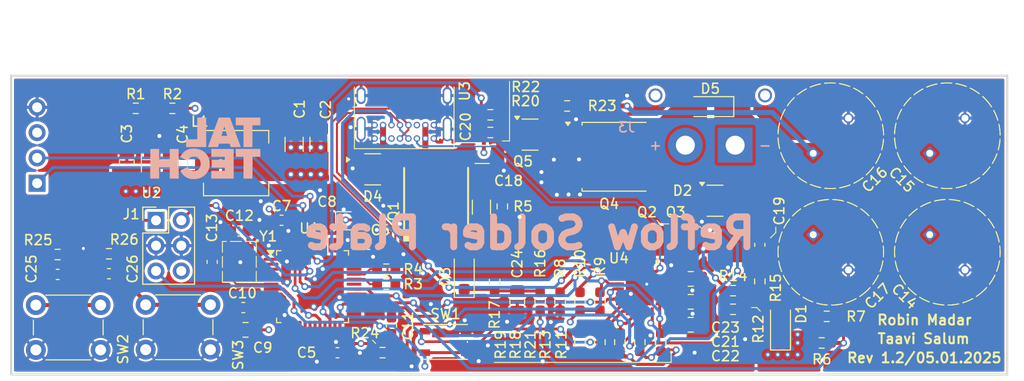
<source format=kicad_pcb>
(kicad_pcb (version 20241229) (generator "pcbnew") (generator_version "9.0")
  (title_block (title "Reflow plate") (date "2026-01-05") (rev "1.2") (company "Taltech") (comment 1 "Robin Madar") (comment 2 "Taavi Salum"))
  (layers (0 "F.Cu" mixed) (4 "In1.Cu" power) (6 "In2.Cu" power) (2 "B.Cu" signal) (13 "F.Paste" user) (15 "B.Paste" user) (5 "F.SilkS" user "F.Silkscreen") (7 "B.SilkS" user "B.Silkscreen") (1 "F.Mask" user) (3 "B.Mask" user) (25 "Edge.Cuts" user))
  (net 0 "")
  (net 1 "+3.3V")
  (net 2 "GND")
  (net 3 "Net-(U2-SW)")
  (net 4 "Net-(U2-BST)")
  (net 5 "/NRST")
  (net 6 "/OSC_IN")
  (net 7 "/OSC_OUT")
  (net 8 "+20V")
  (net 9 "Net-(Q1-G)")
  (net 10 "Net-(C19-Pad2)")
  (net 11 "VBUS")
  (net 12 "+2V7")
  (net 13 "+1V2")
  (net 14 "PD_VDD")
  (net 15 "Net-(D3-K)")
  (net 16 "/BUT1")
  (net 17 "/BUT2")
  (net 18 "+20V_D")
  (net 19 "/PD_IN")
  (net 20 "/RETURN_HEAT")
  (net 21 "/BOOT1")
  (net 22 "/BOOT0")
  (net 23 "/SDA")
  (net 24 "/SCL")
  (net 25 "Net-(Q2-G)")
  (net 26 "Net-(Q4-G)")
  (net 27 "Net-(Q5-B)")
  (net 28 "Net-(U2-FB)")
  (net 29 "/D_P")
  (net 30 "/VCC-DIV")
  (net 31 "/PD_RST")
  (net 32 "/PD_ALERT")
  (net 33 "Net-(U4-DISCH)")
  (net 34 "Net-(U4-VBUS_EN_SNK)")
  (net 35 "Net-(U4-VBUS_VS_DISCH)")
  (net 36 "Net-(U4-ADDR1)")
  (net 37 "Net-(U4-ADDR0)")
  (net 38 "/POWER_OK_3")
  (net 39 "/PWM")
  (net 44 "/PD_GPIO")
  (net 63 "/PD_ATTACH")
  (net 66 "/CC1")
  (net 67 "/CC2")
  (net 72 "/D_N")
  (net 73 "/U_N")
  (net 74 "/U_P")
  (footprint "Diode_SMD:D_SOD-123" (layer "F.Cu") (at 228.7 110.85 90)
    (property "Reference" "D1")
    (property "Value" "B5819W-TP")
  )
  (footprint "Capacitor_SMD:C_0805_2012Metric_Pad1.18x1.45mm_HandSolder" (layer "F.Cu") (at 219.6875 108.375)
    (property "Reference" "C21")
    (property "Value" "1uF")
  )
  (footprint "AA:DFN-3333-8" (layer "F.Cu") (at 223.1 102.95 180)
    (property "Reference" "Q3")
    (property "Value" "PJQ4439EP-AU_R2_002A1")
  )
  (footprint "Resistor_SMD:R_0603_1608Metric_Pad0.98x0.95mm_HandSolder" (layer "F.Cu") (at 208.575 112.425 90)
    (property "Reference" "R19")
    (property "Value" "100k")
  )
  (footprint "Capacitor_SMD:C_0603_1608Metric_Pad1.08x0.95mm_HandSolder" (layer "F.Cu") (at 161.2875 105.55 180)
    (property "Reference" "C26")
    (property "Value" "100nF")
  )
  (footprint "Connector_PinHeader_2.54mm:PinHeader_2x03_P2.54mm_Vertical" (layer "F.Cu") (at 166.01 100.195)
    (property "Reference" "J1")
    (property "Value" "02x03")
  )
  (footprint "Resistor_SMD:R_0603_1608Metric_Pad0.98x0.95mm_HandSolder" (layer "F.Cu") (at 210.575 112.425 90)
    (property "Reference" "R18")
    (property "Value" "100k")
  )
  (footprint "Capacitor_SMD:C_1206_3216Metric_Pad1.33x1.80mm_HandSolder" (layer "F.Cu") (at 182.375 92.5625 90)
    (property "Reference" "C2")
    (property "Value" "10uF")
  )
  (footprint "Resistor_SMD:R_0603_1608Metric_Pad0.98x0.95mm_HandSolder" (layer "F.Cu") (at 156.1375 103.625)
    (property "Reference" "R25")
    (property "Value" "10k")
  )
  (footprint "AA:10mm CAP" (layer "F.Cu") (at 245.45 91.7 45)
    (property "Reference" "C15")
    (property "Value" "680uF")
  )
  (footprint "Resistor_SMD:R_0603_1608Metric_Pad0.98x0.95mm_HandSolder" (layer "F.Cu") (at 207.2875 88.7125 180)
    (property "Reference" "R23")
    (property "Value" "4k7")
  )
  (footprint "AA:ECS-80-12-33Q-GN" (layer "F.Cu") (at 174.375 104.3625 -90)
    (property "Reference" "Y1")
    (property "Value" "8 MHz" (hide yes))
  )
  (footprint "Resistor_SMD:R_0603_1608Metric_Pad0.98x0.95mm_HandSolder" (layer "F.Cu") (at 204.575 108.325 -90)
    (property "Reference" "R16")
    (property "Value" "1k")
  )
  (footprint "Package_TO_SOT_SMD:SOT-23-3" (layer "F.Cu") (at 222.125 98.225)
    (property "Reference" "D2")
    (property "Value" "TSM24ADBZR")
  )
  (footprint "Resistor_SMD:R_0603_1608Metric_Pad0.98x0.95mm_HandSolder" (layer "F.Cu") (at 233.34 109.83)
    (property "Reference" "R7")
    (property "Value" "1k")
  )
  (footprint "AA:10mm CAP" (layer "F.Cu") (at 233.75 91.7 45)
    (property "Reference" "C16")
    (property "Value" "680uF")
  )
  (footprint "Button_Switch_THT:SW_PUSH_6mm_H4.3mm" (layer "F.Cu") (at 153.95 108.7)
    (property "Reference" "SW2")
    (property "Value" "BUT1")
  )
  (footprint "Resistor_SMD:R_0603_1608Metric_Pad0.98x0.95mm_HandSolder" (layer "F.Cu") (at 199.575 89.6)
    (property "Reference" "R22")
    (property "Value" "1k")
  )
  (footprint "Button_Switch_THT:SW_PUSH_6mm_H4.3mm" (layer "F.Cu") (at 164.975 108.675)
    (property "Reference" "SW3")
    (property "Value" "BUT2")
  )
  (footprint "Button_Switch_SMD:SW_Push_1P1T_NO_Vertical_Wuerth_434133025816" (layer "F.Cu") (at 195.075 112.4 180)
    (property "Reference" "SW1")
    (property "Value" "Reset_Switch")
  )
  (footprint "AA:QFN50P400X400X100-25N-D" (layer "F.Cu") (at 214.575 107.325 -90)
    (property "Reference" "U4")
    (property "Value" "STUSB4500" (hide yes))
  )
  (footprint "Capacitor_SMD:C_0603_1608Metric_Pad1.08x0.95mm_HandSolder" (layer "F.Cu") (at 189.65 110.775 90)
    (property "Reference" "C11")
    (property "Value" "100nF")
  )
  (footprint "AA:DMP4015" (layer "F.Cu") (at 194.13 99.525 90)
    (property "Reference" "Q1")
    (property "Value" "DMP4015SPSQ-13")
  )
  (footprint "Capacitor_SMD:C_0603_1608Metric_Pad1.08x0.95mm_HandSolder" (layer "F.Cu") (at 226.625 102.65 -90)
    (property "Reference" "C19")
    (property "Value" "100nF")
  )
  (footprint "Capacitor_SMD:C_0603_1608Metric_Pad1.08x0.95mm_HandSolder" (layer "F.Cu") (at 187.33488 102.6)
    (property "Reference" "C6")
    (property "Value" "100nF")
  )
  (footprint "Capacitor_SMD:C_0805_2012Metric_Pad1.18x1.45mm_HandSolder" (layer "F.Cu") (at 219.6875 106.075)
    (property "Reference" "C23")
    (property "Value" "1uF")
  )
  (footprint "Resistor_SMD:R_0603_1608Metric_Pad0.98x0.95mm_HandSolder" (layer "F.Cu") (at 223.9375 109.125 180)
    (property "Reference" "R12")
    (property "Value" "1k")
  )
  (footprint "AA:USB4085" (layer "F.Cu") (at 190.925 91 180)
    (property "Reference" "U3")
    (property "Value" "USB-C")
  )
  (footprint "Package_QFP:LQFP-48_7x7mm_P0.5mm" (layer "F.Cu") (at 181.725 106.85)
    (property "Reference" "U1")
    (property "Value" "STM32F103C6Tx")
  )
  (footprint "Resistor_SMD:R_0603_1608Metric_Pad0.98x0.95mm_HandSolder" (layer "F.Cu") (at 232.8375 112.5 180)
    (property "Reference" "R6")
    (property "Value" "22.1k")
  )
  (footprint "Resistor_SMD:R_0603_1608Metric_Pad0.98x0.95mm_HandSolder" (layer "F.Cu") (at 208.575 108.325 -90)
    (property "Reference" "R10")
    (property "Value" "4.7k")
  )
  (footprint "Resistor_SMD:R_0603_1608Metric_Pad0.98x0.95mm_HandSolder" (layer "F.Cu") (at 216.675 112.425 -90)
    (property "Reference" "R11")
    (property "Value" "4.7k")
  )
  (footprint "Capacitor_SMD:C_0603_1608Metric_Pad1.08x0.95mm_HandSolder" (layer "F.Cu") (at 174.775 108.95 180)
    (property "Reference" "C9")
    (property "Value" "10nF")
  )
  (footprint "Resistor_SMD:R_0603_1608Metric_Pad0.98x0.95mm_HandSolder" (layer "F.Cu") (at 226.625 106.325 90)
    (property "Reference" "R15")
    (property "Value" "100")
  )
  (footprint "Capacitor_SMD:C_0603_1608Metric_Pad1.08x0.95mm_HandSolder" (layer "F.Cu") (at 168.679 94.45 -90)
    (property "Reference" "C4")
    (property "Value" "100nF")
  )
  (footprint "Resistor_SMD:R_0603_1608Metric_Pad0.98x0.95mm_HandSolder" (layer "F.Cu") (at 200 106.3625 -90)
    (property "Reference" "R17")
    (property "Value" "470")
  )
  (footprint "ScottoKeebs_Components:OLED_128x32" (layer "F.Cu") (at 152.475 86.67)
    (property "Reference" "J2" (hide yes))
    (property "Value" "OLED_SSD1306")
  )
  (footprint "Capacitor_SMD:C_0805_2012Metric_Pad1.18x1.45mm_HandSolder" (layer "F.Cu") (at 202.275 108.325 -90)
    (property "Reference" "C24")
    (property "Value" "1uF")
  )
  (footprint "Resistor_SMD:R_0603_1608Metric_Pad0.98x0.95mm_HandSolder" (layer "F.Cu") (at 199.575 91.375)
    (property "Reference" "R20")
    (property "Value" "10k")
  )
  (footprint "Capacitor_SMD:C_0603_1608Metric_Pad1.08x0.95mm_HandSolder" (layer "F.Cu") (at 171.65 104.3625 90)
    (property "Reference" "C13")
    (property "Value" "22p")
  )
  (footprint "Resistor_SMD:R_0603_1608Metric_Pad0.98x0.95mm_HandSolder" (layer "F.Cu") (at 167.654 88.95)
    (property "Reference" "R2")
    (property "Value" "22.1k")
  )
  (footprint "Resistor_SMD:R_0603_1608Metric_Pad0.98x0.95mm_HandSolder" (layer "F.Cu") (at 161.2875 103.55)
    (property "Reference" "R26")
    (property "Value" "10k")
  )
  (footprint "Resistor_SMD:R_0603_1608Metric_Pad0.98x0.95mm_HandSolder" (layer "F.Cu") (at 189.125 106.6)
    (property "Reference" "R3")
    (property "Value" "22R")
  )
  (footprint "AA:DFN-3333-8" (layer "F.Cu") (at 218.775 102.3)
    (property "Reference" "Q2")
    (property "Value" "PJQ4439EP-AU_R2_002A1")
  )
  (footprint "Diode_SMD:D_SOD-123F" (layer "F.Cu") (at 196.95 105.725 90)
    (property "Reference" "D3")
    (property "Value" "MBR230S1F-7")
  )
  (footprint "AA:10mm CAP" (layer "F.Cu") (at 233.75 103.4 -45)
    (property "Reference" "C17")
    (property "Value" "680uF")
  )
  (footprint "Package_TO_SOT_SMD:SOT-23-3" (layer "F.Cu") (at 187.7625 95.075)
    (property "Reference" "D4")
    (property "Value" "TSM24ADBZR")
  )
  (footprint "Resistor_SMD:R_0603_1608Metric_Pad0.98x0.95mm_HandSolder" (layer "F.Cu") (at 223.9375 107.25)
    (property "Reference" "R14")
    (property "Value" "100k")
  )
  (footprint "Package_TO_SOT_SMD:SOT-23-3" (layer "F.Cu") (at 203.5625 91.5875)
    (property "Reference" "Q5")
    (property "Value" "SS8050-G")
  )
  (footprint "Capacitor_SMD:C_0805_2012Metric_Pad1.18x1.45mm_HandSolder" (layer "F.Cu") (at 163.079 94.45 90)
    (property "Reference" "C3")
    (property "Value" "2.2uF")
  )
  (footprint "AA:10mm CAP" (layer "F.Cu") (at 245.45 103.4 -45)
    (property "Reference" "C14")
    (property "Value" "680uF")
  )
  (footprint "Capacitor_SMD:C_1206_3216Metric_Pad1.33x1.80mm_HandSolder" (layer "F.Cu") (at 184.8875 100.2375 180)
    (property "Reference" "C8")
    (property "Value" "4.7uF")
  )
  (footprint "Resistor_SMD:R_0603_1608Metric_Pad0.98x0.95mm_HandSolder" (layer "F.Cu") (at 200.775 98.8 -90)
    (property "Reference" "R5")
    (property "Value" "10k")
  )
  (footprint "Resistor_SMD:R_0603_1608Metric_Pad0.98x0.95mm_HandSolder" (layer "F.Cu") (at 206.575 108.325 90)
    (property "Reference" "R8")
    (property "Value" "10k")
  )
  (footprint "Capacitor_SMD:C_0603_1608Metric_Pad1.08x0.95mm_HandSolder" (layer "F.Cu") (at 174.375 101.2625 180)
    (property "Reference" "C12")
    (property "Value" "22p")
  )
  (footprint "Resistor_SMD:R_0603_1608Metric_Pad0.98x0.95mm_HandSolder" (layer "F.Cu") (at 214.575 112.425 90)
    (property "Reference" "R13")
    (property "Value" "22.1k")
  )
  (footprint "Resistor_SMD:R_0603_1608Metric_Pad0.98x0.95mm_HandSolder" (layer "F.Cu") (at 210.575 108.325 -90)
    (property "Reference" "R9")
    (property "Value" "4.7k")
  )
  (footprint "AA:TSOT26" (layer "F.Cu") (at 166.104 94.45 -90)
    (property "Reference" "U2")
    (property "Value" "AP64060ZQ")
  )
  (footprint "AA:TO-252.2" (layer "F.Cu") (at 205.7 90.3125)
    (property "Reference" "Q4")
    (property "Value" "IRLR8726TRPBF")
  )
  (footprint "Capacitor_SMD:C_1206_3216Metric_Pad1.33x1.80mm_HandSolder" (layer "F.Cu") (at 179.875 92.5625 90)
    (property "Reference" "C1")
    (property "Value" "10uF")
  )
  (footprint "Capacitor_SMD:C_0603_1608Metric_Pad1.08x0.95mm_HandSolder" (layer "F.Cu") (at 178.6125 100.1875)
    (property "Reference" "C7")
    (property "Value" "100nF")
  )
  (footprint "Capacitor_SMD:C_0603_1608Metric_Pad1.08x0.95mm_HandSolder" (layer "F.Cu") (at 184.225 113.4875 180)
    (property "Reference" "C5")
    (property "Value" "100nF")
  )
  (footprint "Resistor_SMD:R_0603_1608Metric_Pad0.98x0.95mm_HandSolder" (layer "F.Cu") (at 163.979 88.95)
    (property "Reference" "R1")
    (property "Value" "51k")
  )
  (footprint "Capacitor_SMD:C_1206_3216Metric_Pad1.33x1.80mm_HandSolder" (layer "F.Cu") (at 198.75 93.575)
    (property "Reference" "C20")
    (property "Value" "4.7uF")
  )
  (footprint "Resistor_SMD:R_0603_1608Metric_Pad0.98x0.95mm_HandSolder" (layer "F.Cu") (at 212.575 112.425 -90)
    (property "Reference" "R21")
    (property "Value" "10k")
  )
  (footprint "Resistor_SMD:R_0603_1608Metric_Pad0.98x0.95mm_HandSolder" (layer "F.Cu") (at 189.125 105.1)
    (property "Reference" "R4")
    (property "Value" "22R")
  )
  (footprint "Resistor_SMD:R_0603_1608Metric_Pad0.98x0.95mm_HandSolder" (layer "F.Cu") (at 188.75 113.475)
    (property "Reference" "R24")
    (property "Value" "10k")
  )
  (footprint "Capacitor_SMD:C_0805_2012Metric_Pad1.18x1.45mm_HandSolder" (layer "F.Cu") (at 175 111.1875 180)
    (property "Reference" "C10")
    (property "Value" "1uF")
  )
  (footprint "Inductor_SMD:L_Vishay_IHLP-2525" (layer "F.Cu") (at 174.054 94.45)
    (property "Reference" "L1")
    (property "Value" "8.2uH")
  )
  (footprint "Capacitor_SMD:C_1206_3216Metric_Pad1.33x1.80mm_HandSolder" (layer "F.Cu") (at 198.68 98.875 -90)
    (property "Reference" "C18")
    (property "Value" "10uF")
  )
  (footprint "Capacitor_SMD:C_0805_2012Metric_Pad1.18x1.45mm_HandSolder" (layer "F.Cu") (at 219.6875 110.675)
    (property "Reference" "C22")
    (property "Value" "1uF")
  )
  (footprint "Diode_SMD:D_SOD-123" (layer "F.Cu") (at 221.65 88.775 180)
    (property "Reference" "D5")
    (property "Value" "B5819W-TP")
  )
  (footprint "Capacitor_SMD:C_0603_1608Metric_Pad1.08x0.95mm_HandSolder" (layer "F.Cu") (at 156.1375 105.625 180)
    (property "Reference" "C25")
    (property "Value" "100nF")
  )
  (footprint "AA:Taltech" (layer "B.Cu") (at 170.67 93.37 180)
    (property "Reference" "G***" (hide yes))
    (property "Value" "LOGO" (hide yes))
  )
  (footprint "Connector_AMASS:AMASS_XT30PW-F_1x02_P2.50mm_Horizontal" (layer "B.Cu") (at 224.15 92.65 180)
    (property "Reference" "J3")
    (property "Value" "XT-30")
  )
  (gr_line (start 216.65 100.55) (end 217.475 100.55) (stroke (width 0.1)) (layer "F.SilkS"))
  (gr_line (start 228.225 101.425) (end 227.7 101.95) (stroke (width 0.1)) (layer "F.SilkS"))
  (gr_line (start 187.74 112.23) (end 188.06 112.55) (stroke (width 0.1)) (layer "F.SilkS"))
  (gr_line (start 225.8 108.95) (end 226.325 108.95) (stroke (width 0.1)) (layer "F.SilkS"))
  (gr_line (start 216.3 100.2) (end 216.65 100.55) (stroke (width 0.1)) (layer "F.SilkS"))
  (gr_line (start 201.5 86.25) (end 201.5 92.225) (stroke (width 0.1)) (layer "F.SilkS"))
  (gr_line (start 217.725 114.45) (end 199.975 114.45) (stroke (width 0.1)) (layer "F.SilkS"))
  (gr_line (start 219.325 100.1) (end 220.05 100.825) (stroke (width 0.1)) (layer "F.SilkS"))
  (gr_line (start 226.325 108.95) (end 226.675 109.3) (stroke (width 0.1)) (layer "F.SilkS"))
  (gr_line (start 220.05 100.825) (end 220.6 100.825) (stroke (width 0.1)) (layer "F.SilkS"))
  (gr_line (start 201.5 92.225) (end 200.775 92.225) (stroke (width 0.1)) (layer "F.SilkS"))
  (gr_line (start 220.6 100.825) (end 221.075 101.3) (stroke (width 0.1)) (layer "F.SilkS"))
  (gr_line (start 217.725 113.3) (end 217.725 114.45) (stroke (width 0.1)) (layer "F.SilkS"))
  (gr_line (start 228.225 100.875) (end 228.225 101.425) (stroke (width 0.1)) (layer "F.SilkS"))
  (gr_rect (start 151.4625 85.675) (end 251.4625 115.675) (stroke (width 0.2)) (fill no) (layer "Edge.Cuts"))
  (gr_text "Robin Madar" (at 238.3 110.78 0) (layer "F.SilkS") (effects (font (size 1 1) (thickness 0.2) (bold yes)) (justify left bottom)))
  (gr_text "Rev 1.2/\n" (at 235.27 114.58 0) (layer "F.SilkS") (effects (font (size 1 1) (thickness 0.2) (bold yes)) (justify left bottom)))
  (gr_text "05.01.2025" (at 242.16 114.59 0) (layer "F.SilkS") (effects (font (size 1 1) (thickness 0.2) (bold yes)) (justify left bottom)))
  (gr_text "Taavi Salum" (at 238.34 112.66 0) (layer "F.SilkS") (effects (font (size 1 1) (thickness 0.2) (bold yes)) (justify left bottom)))
  (gr_text "Reflow Solder Plate" (at 226.5 103.25 0) (layer "B.SilkS") (effects (font (size 3 3) (thickness 0.7) (bold yes)) (justify left bottom mirror)))
  (segment (start 216.875 113.6375) (end 216.575 113.3375) (width 0.3) (layer "F.Cu") (net 1))
  (segment (start 187.29 112.56) (end 187.8375 113.1075) (width 0.3) (layer "F.Cu") (net 1))
  (segment (start 185.8875 103.5) (end 185.8875 103.184879) (width 0.3) (layer "F.Cu") (net 1))
  (segment (start 160.375 102.3) (end 160.375 101.845) (width 0.3) (layer "F.Cu") (net 1))
  (segment (start 186.59 112.56) (end 187.29 112.56) (width 0.3) (layer "F.Cu") (net 1))
  (segment (start 216.915035 114.659965) (end 214.284965 114.659965) (width 0.3) (layer "F.Cu") (net 1))
  (segment (start 156.58 101.845) (end 160.375 101.845) (width 0.3) (layer "F.Cu") (net 1))
  (segment (start 213.599445 113.875) (end 213.1125 113.875) (width 0.4) (layer "F.Cu") (net 1))
  (segment (start 218.225 113.2) (end 216.8375 113.2) (width 0.3) (layer "F.Cu") (net 1))
  (segment (start 162.025 100.195) (end 166.01 100.195) (width 0.3) (layer "F.Cu") (net 1))
  (segment (start 213.1125 113.875) (end 212.575 113.3375) (width 0.4) (layer "F.Cu") (net 1))
  (segment (start 186.3625 100.15) (end 186.45 100.2375) (width 0.3) (layer "F.Cu") (net 1))
  (segment (start 176.0375 111.1875) (end 176.0375 110.3125) (width 0.3) (layer "F.Cu") (net 1))
  (segment (start 216.6875 113.35) (end 216.675 113.3375) (width 0.2) (layer "F.Cu") (net 1))
  (segment (start 177.75 101.4625) (end 178.975 102.6875) (width 0.3) (layer "F.Cu") (net 1))
  (segment (start 186.472379 102.6) (end 186.472379 100.259879) (width 0.3) (layer "F.Cu") (net 1))
  (segment (start 185.05 100.15) (end 186.3625 100.15) (width 0.3) (layer "F.Cu") (net 1))
  (segment (start 214.284965 114.659965) (end 213.599445 113.974445) (width 0.3) (layer "F.Cu") (net 1))
  (segment (start 185.0875 111.9375) (end 185.0875 113.4875) (width 0.3) (layer "F.Cu") (net 1))
  (segment (start 185.8875 103.184879) (end 186.472379 102.6) (width 0.3) (layer "F.Cu") (net 1))
  (segment (start 160.375 103.55) (end 160.375 102.3) (width 0.3) (layer "F.Cu") (net 1))
  (segment (start 185.0875 113.4875) (end 186.015 112.56) (width 0.3) (layer "F.Cu") (net 1))
  (segment (start 184.475 111.0125) (end 184.475 111.325) (width 0.3) (layer "F.Cu") (net 1))
  (segment (start 160.375 101.845) (end 162.025 100.195) (width 0.3) (layer "F.Cu") (net 1))
  (segment (start 177.3125 111.1875) (end 176.0375 111.1875) (width 0.3) (layer "F.Cu") (net 1))
  (segment (start 177.75 99.425) (end 177.75 100.1875) (width 0.3) (layer "F.Cu") (net 1))
  (segment (start 175.6375 108.95) (end 176.4875 108.1) (width 0.2) (layer "F.Cu") (net 1))
  (segment (start 207.6 110.2125) (end 208.575 109.2375) (width 0.3) (layer "F.Cu") (net 1))
  (segment (start 187.8375 113.1075) (end 187.8375 113.475) (width 0.3) (layer "F.Cu") (net 1))
  (segment (start 198.925 91.6375) (end 198.6625 91.375) (width 0.4) (layer "F.Cu") (net 1))
  (segment (start 207.6 110.4) (end 207.6 110.2125) (width 0.3) (layer "F.Cu") (net 1))
  (segment (start 177.375 99.05) (end 177.75 99.425) (width 0.3) (layer "F.Cu") (net 1))
  (segment (start 169.925 88.95) (end 168.5665 88.95) (width 0.3) (layer "F.Cu") (net 1))
  (segment (start 216.8375 113.2) (end 216.6875 113.35) (width 0.3) (layer "F.Cu") (net 1))
  (segment (start 212.6 113.3625) (end 212.575 113.3375) (width 0.4) (layer "F.Cu") (net 1))
  (segment (start 155.225 103.625) (end 155.225 103.2) (width 0.3) (layer "F.Cu") (net 1))
  (segment (start 186.472379 100.259879) (end 186.45 100.2375) (width 0.3) (layer "F.Cu") (net 1))
  (segment (start 155.225 103.2) (end 156.58 101.845) (width 0.3) (layer "F.Cu") (net 1))
  (segment (start 212.575 113.3875) (end 212.55 113.3625) (width 0.4) (layer "F.Cu") (net 1))
  (segment (start 177.75 100.1875) (end 177.75 101.4625) (width 0.3) (layer "F.Cu") (net 1))
  (segment (start 210.575 109.2375) (end 208.575 109.2375) (width 0.3) (layer "F.Cu") (net 1))
  (segment (start 213.599445 113.974445) (end 213.599445 113.875) (width 0.3) (layer "F.Cu") (net 1))
  (segment (start 186.015 112.56) (end 186.59 112.56) (width 0.3) (layer "F.Cu") (net 1))
  (segment (start 198.925 93.4) (end 198.925 91.6375) (width 0.4) (layer "F.Cu") (net 1))
  (segment (start 185.8875 104.1) (end 185.8875 103.5) (width 0.3) (layer "F.Cu") (net 1))
  (segment (start 218.225 113.35) (end 216.915035 114.659965) (width 0.3) (layer "F.Cu") (net 1))
  (segment (start 212.55 113.3625) (end 212.6 113.3625) (width 0.4) (layer "F.Cu") (net 1))
  (segment (start 177.325 111.175) (end 177.3125 111.1875) (width 0.3) (layer "F.Cu") (net 1))
  (segment (start 176.0375 110.3125) (end 175.6375 109.9125) (width 0.3) (layer "F.Cu") (net 1))
  (segment (start 184.475 111.325) (end 185.0875 111.9375) (width 0.3) (layer "F.Cu") (net 1))
  (segment (start 176.4875 108.1) (end 177.5625 108.1) (width 0.2) (layer "F.Cu") (net 1))
  (segment (start 175.6375 109.9125) (end 175.6375 108.95) (width 0.3) (layer "F.Cu") (net 1))
  (segment (start 218.225 113.2) (end 218.225 113.35) (width 0.3) (layer "F.Cu") (net 1))
  (via (at 185.05 100.15) (size 0.7) (drill 0.4) (layers "F.Cu" "B.Cu") (net 1))
  (via (at 179.55 92.875) (size 0.7) (drill 0.4) (layers "F.Cu" "B.Cu") (net 1))
  (via (at 180.55 92.875) (size 0.7) (drill 0.4) (layers "F.Cu" "B.Cu") (net 1))
  (via (at 198.925 93.4) (size 0.7) (drill 0.4) (layers "F.Cu" "B.Cu") (net 1))
  (via (at 207.6 110.4) (size 0.7) (drill 0.4) (layers "F.Cu" "B.Cu") (net 1))
  (via (at 169.925 88.95) (size 0.7) (drill 0.4) (layers "F.Cu" "B.Cu") (net 1))
  (via (at 181.55 95.575) (size 0.7) (drill 0.4) (layers "F.Cu" "B.Cu") (net 1))
  (via (at 182.55 92.875) (size 0.7) (drill 0.4) (layers "F.Cu" "B.Cu") (net 1))
  (via (at 180.55 95.575) (size 0.7) (drill 0.4) (layers "F.Cu" "B.Cu") (net 1))
  (via (at 179.55 95.575) (size 0.7) (drill 0.4) (layers "F.Cu" "B.Cu") (net 1))
  (via (at 213.599445 113.875) (size 0.7) (drill 0.4) (layers "F.Cu" "B.Cu") (net 1))
  (via (at 177.375 99.05) (size 0.7) (drill 0.4) (layers "F.Cu" "B.Cu") (net 1))
  (via (at 181.55 92.875) (size 0.7) (drill 0.4) (layers "F.Cu" "B.Cu") (net 1))
  (via (at 177.325 111.175) (size 0.7) (drill 0.4) (layers "F.Cu" "B.Cu") (net 1))
  (via (at 218.225 113.2) (size 0.7) (drill 0.4) (layers "F.Cu" "B.Cu") (net 1))
  (via (at 186.59 112.56) (size 0.7) (drill 0.4) (layers "F.Cu" "B.Cu") (net 1))
  (via (at 182.55 95.575) (size 0.7) (drill 0.4) (layers "F.Cu" "B.Cu") (net 1))
  (segment (start 175.275 105.5125) (end 174.9375 105.5125) (width 0.2) (layer "F.Cu") (net 2))
  (segment (start 179.475 104) (end 179.15 104.325) (width 0.2) (layer "F.Cu") (net 2))
  (segment (start 174.9375 105.5125) (end 174.475 105.05) (width 0.2) (layer "F.Cu") (net 2))
  (segment (start 214.825 105.325) (end 214.825 107.075) (width 0.2) (layer "F.Cu") (net 2))
  (segment (start 195.25 91.05) (end 195.25 91.675) (width 0.2) (layer "F.Cu") (net 2))
  (segment (start 185.8875 104.6) (end 184.85 104.6) (width 0.3) (layer "F.Cu") (net 2))
  (segment (start 179.475 102.6875) (end 179.475 104) (width 0.2) (layer "F.Cu") (net 2))
  (segment (start 184.85 104.6) (end 184.25 105.2) (width 0.3) (layer "F.Cu") (net 2))
  (segment (start 177.5625 107.6) (end 178.575 107.6) (width 0.3) (layer "F.Cu") (net 2))
  (segment (start 183.975 112.3) (end 184.075 112.4) (width 0.2) (layer "F.Cu") (net 2))
  (segment (start 185.8875 104.6) (end 187 104.6) (width 0.3) (layer "F.Cu") (net 2))
  (segment (start 176.2 107.6) (end 176.175 107.625) (width 0.2) (layer "F.Cu") (net 2))
  (segment (start 213.675 107.575) (end 212.575 107.575) (width 0.2) (layer "F.Cu") (net 2))
  (segment (start 174.475 105.05) (end 174.475 104.4) (width 0.2) (layer "F.Cu") (net 2))
  (segment (start 214.825 107.075) (end 214.575 107.325) (width 0.2) (layer "F.Cu") (net 2))
  (segment (start 177.5625 107.6) (end 176.2 107.6) (width 0.2) (layer "F.Cu") (net 2))
  (segment (start 178.925 107.95) (end 178.925 108.191176) (width 0.3) (layer "F.Cu") (net 2))
  (segment (start 216.575 107.075) (end 214.825 107.075) (width 0.2) (layer "F.Cu") (net 2))
  (segment (start 187.75 103.85) (end 187.8 103.85) (width 0.2) (layer "F.Cu") (net 2))
  (segment (start 183.975 111.0125) (end 183.975 112.3) (width 0.2) (layer "F.Cu") (net 2))
  (segment (start 195.25 91.675) (end 194.65 92.275) (width 0.2) (layer "F.Cu") (net 2))
  (segment (start 178.575 107.6) (end 178.925 107.95) (width 0.3) (layer "F.Cu") (net 2))
  (segment (start 195.25 91.675) (end 195.85 92.275) (width 0.2) (layer "F.Cu") (net 2))
  (segment (start 184.25 105.2) (end 184.25 105.466176) (width 0.3) (layer "F.Cu") (net 2))
  (via (at 205.65 110.4) (size 0.7) (drill 0.4) (layers "F.Cu" "B.Cu") (net 2))
  (via (at 220.075 113.475) (size 0.7) (drill 0.4) (layers "F.Cu" "B.Cu") (net 2))
  (via (at 185.55 90.85) (size 0.7) (drill 0.4) (layers "F.Cu" "B.Cu") (net 2))
  (via (at 186.48 113.5) (size 0.7) (drill 0.4) (layers "F.Cu" "B.Cu") (net 2))
  (via (at 204.825 114.35) (size 0.7) (drill 0.4) (layers "F.Cu" "B.Cu") (net 2))
  (via (at 193.6 108.6) (size 0.7) (drill 0.4) (layers "F.Cu" "B.Cu") (net 2))
  (via (at 187.4 111.125) (size 0.7) (drill 0.4) (layers "F.Cu" "B.Cu") (net 2))
  (via (at 184.075 112.4) (size 0.7) (drill 0.4) (layers "F.Cu" "B.Cu") (net 2))
  (via (at 177.325 102.725) (size 0.7) (drill 0.4) (layers "F.Cu" "B.Cu") (net 2))
  (via (at 207.34 113.04) (size 0.7) (drill 0.4) (layers "F.Cu" "B.Cu") (net 2))
  (via (at 178.925 109.7) (size 0.7) (drill 0.4) (layers "F.Cu" "B.Cu") (net 2))
  (via (at 206.25 97.625) (size 0.7) (drill 0.4) (layers "F.Cu" "B.Cu") (net 2))
  (via (at 205.95 94.1) (size 0.7) (drill 0.4) (layers "F.Cu" "B.Cu") (net 2))
  (via (at 187.8 103.85) (size 0.7) (drill 0.4) (layers "F.Cu" "B.Cu") (net 2))
  (via (at 215.275 106.6) (size 0.6) (drill 0.3) (layers "F.Cu" "B.Cu") (net 2))
  (via (at 199.325 112.75) (size 0.7) (drill 0.4) (layers "F.Cu" "B.Cu") (net 2))
  (via (at 208.175 90.05) (size 0.7) (drill 0.4) (layers "F.Cu" "B.Cu") (net 2))
  (via (at 201.25 110.375) (size 0.7) (drill 0.4) (layers "F.Cu" "B.Cu") (net 2))
  (via (at 225.15 112.125) (size 0.7) (drill 0.4) (layers "F.Cu" "B.Cu") (net 2))
  (via (at 182.475 97.175) (size 0.7) (drill 0.4) (layers "F.Cu" "B.Cu") (net 2))
  (via (at 219.875 109.575) (size 0.7) (drill 0.4) (layers "F.Cu" "B.Cu") (net 2))
  (via (at 184.425 107.925) (size 0.7) (drill 0.4) (layers "F.Cu" "B.Cu") (net 2))
  (via (at 213.3 87.675) (size 0.7) (drill 0.4) (layers "F.Cu" "B.Cu") (net 2))
  (via (at 217.725 104.7) (size 0.7) (drill 0.4) (layers "F.Cu" "B.Cu") (net 2))
  (via (at 207.425 97.6) (size 0.7) (drill 0.4) (layers "F.Cu" "B.Cu") (net 2))
  (via (at 179.15 104.325) (size 0.7) (drill 0.4) (layers "F.Cu" "B.Cu") (net 2))
  (via (at 200.925 95.2) (size 0.7) (drill 0.4) (layers "F.Cu" "B.Cu") (net 2))
  (via (at 190.5 100.55) (size 0.7) (drill 0.4) (layers "F.Cu" "B.Cu") (net 2))
  (via (at 174.475 104.4) (size 0.7) (drill 0.4) (layers "F.Cu" "B.Cu") (net 2))
  (via (at 192.8 105.5) (size 0.7) (drill 0.4) (layers "F.Cu" "B.Cu") (net 2))
  (via (at 181.85 108.85) (size 0.7) (drill 0.4) (layers "F.Cu" "B.Cu") (net 2))
  (via (at 190.85 103.6) (size 0.7) (drill 0.4) (layers "F.Cu" "B.Cu") (net 2))
  (via (at 172.475 100.375) (size 0.7) (drill 0.4) (layers "F.Cu" "B.Cu") (net 2))
  (via (at 184.85 99.1) (size 0.7) (drill 0.4) (layers "F.Cu" "B.Cu") (net 2))
  (via (at 185.25 102.175) (size 0.7) (drill 0.4) (layers "F.Cu" "B.Cu") (net 2))
  (via (at 181.95 106.075) (size 0.7) (drill 0.4) (layers "F.Cu" "B.Cu") (net 2))
  (via (at 185.35 88) (size 0.6) (drill 0.3) (layers "F.Cu" "B.Cu") (net 2))
  (via (at 166.35 91.725) (size 0.7) (drill 0.4) (layers "F.Cu" "B.Cu") (net 2))
  (via (at 158.72 103.02) (size 0.6) (drill 0.3) (layers "F.Cu" "B.Cu") (net 2))
  (via (at 176.525 98.275) (size 0.7) (drill 0.4) (layers "F.Cu" "B.Cu") (net 2))
  (via (at 197 110.225) (size 0.7) (drill 0.4) (layers "F.Cu" "B.Cu") (net 2))
  (via (at 191.67 114.85) (size 0.7) (drill 0.4) (layers "F.Cu" "B.Cu") (net 2))
  (via (at 215.65 111.75) (size 0.7) (drill 0.4) (layers "F.Cu" "B.Cu") (net 2))
  (via (at 182.75 105.075) (size 0.7) (drill 0.4) (layers "F.Cu" "B.Cu") (net 2))
  (via (at 208.575 97.6) (size 0.7) (drill 0.4) (layers "F.Cu" "B.Cu") (net 2))
  (via (at 179.175 106.4) (size 0.7) (drill 0.4) (layers "F.Cu" "B.Cu") (net 2))
  (via (at 188.175 101.15) (size 0.7) (drill 0.4) (layers "F.Cu" "B.Cu") (net 2))
  (via (at 219.85 107.225) (size 0.7) (drill 0.4) (layers "F.Cu" "B.Cu") (net 2))
  (via (at 220.8 100.325) (size 0.7) (drill 0.4) (layers "F.Cu" "B.Cu") (net 2))
  (via (at 182.15 114.375) (size 0.7) (drill 0.4) (layers "F.Cu" "B.Cu") (net 2))
  (via (at 176.4 100.15) (size 0.7) (drill 0.4) (layers "F.Cu" "B.Cu") (net 2))
  (via (at 185.75 94.975) (size 0.7) (drill 0.4) (layers "F.Cu" "B.Cu") (net 2))
  (via (at 223.425 104.925) (size 0.7) (drill 0.4) (layers "F.Cu" "B.Cu") (net 2))
  (via (at 202.5 99.85) (size 0.7) (drill 0.4) (layers "F.Cu" "B.Cu") (net 2))
  (via (at 204.7 96.375) (size 0.7) (drill 0.4) (layers "F.Cu" "B.Cu") (net 2))
  (via (at 198.4 114.325) (size 0.7) (drill 0.4) (layers "F.Cu" "B.Cu") (net 2))
  (via (at 213.675 107.575) (size 0.7) (drill 0.4) (layers "F.Cu" "B.Cu") (net 2))
  (via (at 204.7 95.35) (size 0.7) (drill 0.4) (layers "F.Cu" "B.Cu") (net 2))
  (via (at 188.825 98.725) (size 0.7) (drill 0.4) (layers "F.Cu" "B.Cu") (net 2))
  (via (at 179.3 101.25) (size 0.7) (drill 0.4) (layers "F.Cu" "B.Cu") (net 2))
  (via (at 208.475 94.075) (size 0.7) (drill 0.4) (layers "F.Cu" "B.Cu") (net 2))
  (segment (start 168.3415 95.65) (end 168.679 95.3125) (width 0.3) (layer "F.Cu") (net 3))
  (segment (start 170.2705 95.3125) (end 171.133 94.45) (width 0.3) (layer "F.Cu") (net 3))
  (segment (start 168.679 95.3125) (end 170.2705 95.3125) (width 0.3) (layer "F.Cu") (net 3))
  (segment (start 167.054 95.65) (end 168.3415 95.65) (width 0.3) (layer "F.Cu") (net 3))
  (segment (start 167.3915 93.5875) (end 167.054 93.25) (width 0.3) (layer "F.Cu") (net 4))
  (segment (start 168.679 93.5875) (end 167.3915 93.5875) (width 0.3) (layer "F.Cu") (net 4))
  (segment (start 189.65 113.4625) (end 189.6625 113.475) (width 0.3) (layer "F.Cu") (net 5))
  (segment (start 189.65 111.6375) (end 189.65 113.4625) (width 0.3) (layer "F.Cu") (net 5))
  (segment (start 178.8 107.1) (end 177.5625 107.1) (width 0.3) (layer "F.Cu") (net 5))
  (segment (start 188.475 110.8) (end 189.025 110.8) (width 0.3) (layer "F.Cu") (net 5))
  (segment (start 189.65 111.425) (end 189.65 111.6375) (width 0.3) (layer "F.Cu") (net 5))
  (segment (start 193 113.475) (end 197.15 113.475) (width 0.3) (layer "F.Cu") (net 5))
  (segment (start 179.867525 108.167525) (end 178.8 107.1) (width 0.3) (layer "F.Cu") (net 5))
  (segment (start 189.025 110.8) (end 189.65 111.425) (width 0.3) (layer "F.Cu") (net 5))
  (segment (start 193 114.84) (end 193 113.475) (width 0.3) (layer "F.Cu") (net 5))
  (segment (start 179.867525 109.257475) (end 179.867525 108.167525) (width 0.3) (layer "F.Cu") (net 5))
  (via (at 179.867525 109.257475) (size 0.7) (drill 0.4) (layers "F.Cu" "B.Cu") (net 5))
  (via (at 193 114.84) (size 0.7) (drill 0.4) (layers "F.Cu" "B.Cu") (net 5))
  (via (at 188.475 110.8) (size 0.7) (drill 0.4) (layers "F.Cu" "B.Cu") (net 5))
  (segment (start 179.867525 109.257475) (end 181.03505 110.425) (width 0.3) (layer "B.Cu") (net 5))
  (segment (start 193 114.84) (end 193 113.9) (width 0.3) (layer "B.Cu") (net 5))
  (segment (start 189.9 110.8) (end 188.475 110.8) (width 0.3) (layer "B.Cu") (net 5))
  (segment (start 181.03505 110.425) (end 188.1 110.425) (width 0.3) (layer "B.Cu") (net 5))
  (segment (start 188.1 110.425) (end 188.475 110.8) (width 0.3) (layer "B.Cu") (net 5))
  (segment (start 193 113.9) (end 189.9 110.8) (width 0.3) (layer "B.Cu") (net 5))
  (segment (start 176.5375 106.1) (end 177.5625 106.1) (width 0.2) (layer "F.Cu") (net 6))
  (segment (start 175.275 103.2125) (end 176.3 104.2375) (width 0.2) (layer "F.Cu") (net 6))
  (segment (start 176.3 105.8625) (end 176.5375 106.1) (width 0.2) (layer "F.Cu") (net 6))
  (segment (start 176.3 104.2375) (end 176.3 105.8625) (width 0.2) (layer "F.Cu") (net 6))
  (segment (start 175.2375 103.175) (end 175.275 103.2125) (width 0.3) (layer "F.Cu") (net 6))
  (segment (start 175.2375 101.2625) (end 175.2375 103.175) (width 0.3) (layer "F.Cu") (net 6))
  (segment (start 174.075 106.6) (end 177.5625 106.6) (width 0.2) (layer "F.Cu") (net 7))
  (segment (start 171.65 105.225) (end 173.1875 105.225) (width 0.3) (layer "F.Cu") (net 7))
  (segment (start 173.475 105.5125) (end 173.475 106) (width 0.2) (layer "F.Cu") (net 7))
  (segment (start 173.475 106) (end 174.075 106.6) (width 0.2) (layer "F.Cu") (net 7))
  (segment (start 173.1875 105.225) (end 173.475 105.5125) (width 0.3) (layer "F.Cu") (net 7))
  (segment (start 228.625 109.125) (end 228.7 109.2) (width 0.3) (layer "F.Cu") (net 8))
  (segment (start 224.85 109.125) (end 228.625 109.125) (width 0.3) (layer "F.Cu") (net 8))
  (segment (start 208.2 88.7125) (end 213.3 88.7125) (width 0.5) (layer "F.Cu") (net 8))
  (segment (start 228.7 109.2) (end 228.7 101.775) (width 1) (layer "F.Cu") (net 8))
  (via (at 213.3 88.7125) (size 0.7) (drill 0.4) (layers "F.Cu" "B.Cu") (net 8))
  (segment (start 213.9625 89.375) (end 227.889466 89.375) (width 0.5) (layer "B.Cu") (net 8))
  (segment (start 227.889466 89.375) (end 231.982233 93.467767) (width 0.5) (layer "B.Cu") (net 8))
  (segment (start 213.3 88.7125) (end 213.9625 89.375) (width 0.5) (layer "B.Cu") (net 8))
  (segment (start 198.68 100.4375) (end 200.4125 100.4375) (width 0.3) (layer "F.Cu") (net 9))
  (segment (start 200.775 99.7125) (end 200.775 100.0875) (width 0.3) (layer "F.Cu") (net 9))
  (segment (start 197.8925 101.225) (end 198.68 100.4375) (width 0.3) (layer "F.Cu") (net 9))
  (segment (start 200.775 100.075) (end 200.775 99.7125) (width 0.3) (layer "F.Cu") (net 9))
  (segment (start 196.035 101.225) (end 197.8925 101.225) (width 0.3) (layer "F.Cu") (net 9))
  (segment (start 200.4125 100.4375) (end 200.775 100.075) (width 0.3) (layer "F.Cu") (net 9))
  (segment (start 226.625 105.4125) (end 226.625 103.5125) (width 0.3) (layer "F.Cu") (net 10))
  (segment (start 193.05 95.128) (end 193.495 95.573) (width 0.6) (layer "F.Cu") (net 11))
  (segment (start 193.05 91.98) (end 193.05 95.128) (width 0.6) (layer "F.Cu") (net 11))
  (segment (start 191.933381 95.573) (end 192.225 95.573) (width 0.6) (layer "F.Cu") (net 11))
  (segment (start 188.8 91.98) (end 188.8 90.63) (width 0.6) (layer "F.Cu") (net 11))
  (segment (start 188.8 92.439619) (end 191.933381 95.573) (width 0.6) (layer "F.Cu") (net 11))
  (segment (start 188.8 91.98) (end 188.8 92.439619) (width 0.6) (layer "F.Cu") (net 11))
  (segment (start 193.05 90.63) (end 193.05 91.98) (width 0.6) (layer "F.Cu") (net 11))
  (segment (start 218.65 108.375) (end 218.65 108.05) (width 0.3) (layer "F.Cu") (net 12))
  (segment (start 218.65 108.05) (end 217.175 106.575) (width 0.3) (layer "F.Cu") (net 12))
  (segment (start 217.175 106.575) (end 216.575 106.575) (width 0.3) (layer "F.Cu") (net 12))
  (segment (start 218.65 110.675) (end 217.525 109.55) (width 0.3) (layer "F.Cu") (net 13))
  (segment (start 217.275 107.575) (end 216.575 107.575) (width 0.3) (layer "F.Cu") (net 13))
  (segment (start 217.525 107.825) (end 217.275 107.575) (width 0.3) (layer "F.Cu") (net 13))
  (segment (start 217.525 109.55) (end 217.525 107.825) (width 0.3) (layer "F.Cu") (net 13))
  (segment (start 223.025 106.825) (end 222.175 105.975) (width 0.3) (layer "F.Cu") (net 14))
  (segment (start 218.65 105.35) (end 220.95 103.05) (width 0.4) (layer "F.Cu") (net 14))
  (segment (start 218.65 106.075) (end 218.599 106.024) (width 0.4) (layer "F.Cu") (net 14))
  (segment (start 218.599 106.024) (end 216.575 106.024) (width 0.4) (layer "F.Cu") (net 14))
  (segment (start 218.65 106.075) (end 218.65 105.35) (width 0.4) (layer "F.Cu") (net 14))
  (segment (start 223.025 107.25) (end 223.025 106.825) (width 0.3) (layer "F.Cu") (net 14))
  (via (at 222.175 105.975) (size 0.7) (drill 0.4) (layers "F.Cu" "B.Cu") (net 14))
  (via (at 220.95 103.05) (size 0.7) (drill 0.4) (layers "F.Cu" "B.Cu") (net 14))
  (segment (start 222.175 105.975) (end 222.175 105.95) (width 0.3) (layer "B.Cu") (net 14))
  (segment (start 222.175 105.95) (end 220.95 104.725) (width 0.3) (layer "B.Cu") (net 14))
  (segment (start 220.95 104.725) (end 220.95 103.05) (width 0.3) (layer "B.Cu") (net 14))
  (segment (start 204.45 107.2875) (end 204.575 107.4125) (width 0.3) (layer "F.Cu") (net 15))
  (segment (start 199.85 107.125) (end 200 107.275) (width 0.3) (layer "F.Cu") (net 15))
  (segment (start 202.2625 107.275) (end 202.275 107.2875) (width 0.3) (layer "F.Cu") (net 15))
  (segment (start 200 107.275) (end 202.2625 107.275) (width 0.3) (layer "F.Cu") (net 15))
  (segment (start 202.275 107.2875) (end 204.45 107.2875) (width 0.3) (layer "F.Cu") (net 15))
  (segment (start 196.95 107.125) (end 199.85 107.125) (width 0.3) (layer "F.Cu") (net 15))
  (segment (start 153.95 108.7) (end 157.225 108.7) (width 0.4) (layer "F.Cu") (net 16))
  (segment (start 157 108.675) (end 157 105.625) (width 0.4) (layer "F.Cu") (net 16))
  (segment (start 157 103.675) (end 157.05 103.625) (width 0.4) (layer "F.Cu") (net 16))
  (segment (start 157.225 108.7) (end 157.025 108.7) (width 0.4) (layer "F.Cu") (net 16))
  (segment (start 157.225 108.7) (end 160.45 108.7) (width 0.4) (layer "F.Cu") (net 16))
  (segment (start 157 105.625) (end 157 103.675) (width 0.4) (layer "F.Cu") (net 16))
  (segment (start 157.025 108.7) (end 157 108.675) (width 0.4) (layer "F.Cu") (net 16))
  (segment (start 164.975 108.675) (end 164.975 108.375) (width 0.4) (layer "F.Cu") (net 17))
  (segment (start 162.15 103.6) (end 162.2 103.55) (width 0.4) (layer "F.Cu") (net 17))
  (segment (start 164.975 108.375) (end 162.15 105.55) (width 0.4) (layer "F.Cu") (net 17))
  (segment (start 162.15 105.55) (end 162.15 103.6) (width 0.4) (layer "F.Cu") (net 17))
  (segment (start 171.475 108.675) (end 164.975 108.675) (width 0.4) (layer "F.Cu") (net 17))
  (segment (start 228.7 112.5) (end 230.425 112.5) (width 0.4) (layer "F.Cu") (net 18))
  (segment (start 164.9915 95.4875) (end 165.154 95.65) (width 0.3) (layer "F.Cu") (net 18))
  (segment (start 165.154 95.65) (end 166.104 95.65) (width 0.3) (layer "F.Cu") (net 18))
  (segment (start 230.425 112.5) (end 231.925 112.5) (width 0.4) (layer "F.Cu") (net 18))
  (segment (start 163.079 95.4875) (end 164.9915 95.4875) (width 0.3) (layer "F.Cu") (net 18))
  (via (at 165.98 97.28) (size 0.6) (drill 0.3) (layers "F.Cu" "B.Cu") (net 18))
  (via (at 230.425 113.675) (size 0.6) (drill 0.3) (layers "F.Cu" "B.Cu") (net 18))
  (via (at 230.425 111.65) (size 0.6) (drill 0.3) (layers "F.Cu" "B.Cu") (net 18))
  (via (at 227.425 113.675) (size 0.6) (drill 0.3) (layers "F.Cu" "B.Cu") (net 18))
  (via (at 230.425 112.5) (size 0.6) (drill 0.3) (layers "F.Cu" "B.Cu") (net 18))
  (via (at 164.98 97.28) (size 0.6) (drill 0.3) (layers "F.Cu" "B.Cu") (net 18))
  (via (at 162.98 97.28) (size 0.6) (drill 0.3) (layers "F.Cu" "B.Cu") (net 18))
  (via (at 229.425 113.675) (size 0.6) (drill 0.3) (layers "F.Cu" "B.Cu") (net 18))
  (via (at 228.425 113.675) (size 0.6) (drill 0.3) (layers "F.Cu" "B.Cu") (net 18))
  (via (at 163.98 97.28) (size 0.6) (drill 0.3) (layers "F.Cu" "B.Cu") (net 18))
  (segment (start 182.029534 109.725) (end 182.475 110.170466) (width 0.3) (layer "F.Cu") (net 21))
  (segment (start 182.475 110.170466) (end 182.475 111.0125) (width 0.3) (layer "F.Cu") (net 21))
  (segment (start 181.325 109.725) (end 182.029534 109.725) (width 0.3) (layer "F.Cu") (net 21))
  (via (at 181.325 109.725) (size 0.7) (drill 0.4) (layers "F.Cu" "B.Cu") (net 21))
  (segment (start 178.4 106.8) (end 167.535 106.8) (width 0.3) (layer "B.Cu") (net 21))
  (segment (start 167.535 106.8) (end 166.01 105.275) (width 0.3) (layer "B.Cu") (net 21))
  (segment (start 181.325 109.725) (end 178.4 106.8) (width 0.3) (layer "B.Cu") (net 21))
  (segment (start 168.55 100.195) (end 170.045 98.7) (width 0.3) (layer "F.Cu") (net 22))
  (segment (start 181.45 105.3) (end 180.975 104.825) (width 0.27) (layer "F.Cu") (net 22))
  (segment (start 170.045 98.7) (end 172.025 98.7) (width 0.3) (layer "F.Cu") (net 22))
  (segment (start 180.975 104.825) (end 180.975 102.6875) (width 0.27) (layer "F.Cu") (net 22))
  (via (at 172.025 98.7) (size 0.7) (drill 0.4) (layers "F.Cu" "B.Cu") (net 22))
  (via (at 181.45 105.3) (size 0.7) (drill 0.4) (layers "F.Cu" "B.Cu") (net 22))
  (segment (start 181.075 105.675) (end 179 105.675) (width 0.3) (layer "B.Cu") (net 22))
  (segment (start 181.45 105.3) (end 181.075 105.675) (width 0.3) (layer "B.Cu") (net 22))
  (segment (start 179 105.675) (end 172.025 98.7) (width 0.3) (layer "B.Cu") (net 22))
  (segment (start 211.175 106.275) (end 211.475 106.575) (width 0.3) (layer "F.Cu") (net 23))
  (segment (start 179.975 102.6875) (end 179.975 101.8) (width 0.27) (layer "F.Cu") (net 23))
  (segment (start 180.004 101.771) (end 180.004 101.671585) (width 0.27) (layer "F.Cu") (net 23))
  (segment (start 210.726225 106.275) (end 211.175 106.275) (width 0.3) (layer "F.Cu") (net 23))
  (segment (start 180.75 100.925586) (end 180.75 98.7) (width 0.27) (layer "F.Cu") (net 23))
  (segment (start 211.475 106.575) (end 212.575 106.575) (width 0.3) (layer "F.Cu") (net 23))
  (segment (start 180.004 101.671585) (end 180.75 100.925586) (width 0.27) (layer "F.Cu") (net 23))
  (segment (start 179.975 107.025) (end 179.975 102.6875) (width 0.27) (layer "F.Cu") (net 23))
  (segment (start 179.975 101.8) (end 180.004 101.771) (width 0.27) (layer "F.Cu") (net 23))
  (segment (start 210.726225 107.261275) (end 210.726225 106.275) (width 0.3) (layer "F.Cu") (net 23))
  (segment (start 210.575 107.4125) (end 210.726225 107.261275) (width 0.3) (layer "F.Cu") (net 23))
  (via (at 179.975 107.025) (size 0.7) (drill 0.4) (layers "F.Cu" "B.Cu") (net 23))
  (via (at 180.75 98.7) (size 0.7) (drill 0.4) (layers "F.Cu" "B.Cu") (net 23))
  (via (at 210.726225 106.275) (size 0.7) (drill 0.4) (layers "F.Cu" "B.Cu") (net 23))
  (segment (start 179.975 107.025) (end 180.925 107.975) (width 0.3) (layer "B.Cu") (net 23))
  (segment (start 209.634636 106.276) (end 210.215364 106.276) (width 0.3) (layer "B.Cu") (net 23))
  (segment (start 210.215364 106.276) (end 210.216364 106.275) (width 0.3) (layer "B.Cu") (net 23))
  (segment (start 190.775 106.2) (end 191.6 107.025) (width 0.3) (layer "B.Cu") (net 23))
  (segment (start 180.925 107.975) (end 182.275 107.975) (width 0.3) (layer "B.Cu") (net 23))
  (segment (start 180.75 98.7) (end 179.45 98.7) (width 0.27) (layer "B.Cu") (net 23))
  (segment (start 206.525 105.05) (end 208.191364 105.05) (width 0.3) (layer "B.Cu") (net 23))
  (segment (start 194.65 106.15) (end 205.425 106.15) (width 0.3) (layer "B.Cu") (net 23))
  (segment (start 208.191364 105.05) (end 209.416364 106.275) (width 0.3) (layer "B.Cu") (net 23))
  (segment (start 205.425 106.15) (end 206.525 105.05) (width 0.3) (layer "B.Cu") (net 23))
  (segment (start 191.6 107.025) (end 193.775 107.025) (width 0.3) (layer "B.Cu") (net 23))
  (segment (start 184.05 106.2) (end 190.775 106.2) (width 0.3) (layer "B.Cu") (net 23))
  (segment (start 179.45 98.7) (end 175.64 94.89) (width 0.27) (layer "B.Cu") (net 23))
  (segment (start 182.275 107.975) (end 184.05 106.2) (width 0.3) (layer "B.Cu") (net 23))
  (segment (start 155.655 94.89) (end 154.075 96.47) (width 0.27) (layer "B.Cu") (net 23))
  (segment (start 193.775 107.025) (end 194.65 106.15) (width 0.3) (layer "B.Cu") (net 23))
  (segment (start 210.216364 106.275) (end 210.726225 106.275) (width 0.3) (layer "B.Cu") (net 23))
  (segment (start 209.633636 106.275) (end 209.634636 106.276) (width 0.3) (layer "B.Cu") (net 23))
  (segment (start 209.416364 106.275) (end 209.633636 106.275) (width 0.3) (layer "B.Cu") (net 23))
  (segment (start 175.64 94.89) (end 155.655 94.89) (width 0.27) (layer "B.Cu") (net 23))
  (segment (start 180.475 101.86668) (end 180.475 102.6875) (width 0.27) (layer "F.Cu") (net 24))
  (segment (start 180.475 106.375) (end 180.475 102.6875) (width 0.27) (layer "F.Cu") (net 24))
  (segment (start 212.575 106.075) (end 212.075 105.575) (width 0.3) (layer "F.Cu") (net 24))
  (segment (start 181.5 97.8) (end 181.5 100.775) (width 0.27) (layer "F.Cu") (net 24))
  (segment (start 212.075 105.575) (end 209.925 105.575) (width 0.3) (layer "F.Cu") (net 24))
  (segment (start 180.95 106.85) (end 180.475 106.375) (width 0.27) (layer "F.Cu") (net 24))
  (segment (start 181.475 97.775) (end 181.5 97.8) (width 0.27) (layer "F.Cu") (net 24))
  (segment (start 181.51668 100.79168) (end 181.51668 100.825) (width 0.27) (layer "F.Cu") (net 24))
  (segment (start 208.575 106.925) (end 208.575 107.4125) (width 0.3) (layer "F.Cu") (net 24))
  (segment (start 181.51668 100.825) (end 180.475 101.86668) (width 0.27) (layer "F.Cu") (net 24))
  (segment (start 181.5 100.775) (end 181.51668 100.79168) (width 0.27) (layer "F.Cu") (net 24))
  (segment (start 209.925 105.575) (end 208.575 106.925) (width 0.3) (layer "F.Cu") (net 24))
  (via (at 181.475 97.775) (size 0.7) (drill 0.4) (layers "F.Cu" "B.Cu") (net 24))
  (via (at 209.925 105.575) (size 0.7) (drill 0.4) (layers "F.Cu" "B.Cu") (net 24))
  (via (at 180.95 106.85) (size 0.7) (drill 0.4) (layers "F.Cu" "B.Cu") (net 24))
  (segment (start 191.075 105.425) (end 191.9 106.25) (width 0.3) (layer "B.Cu") (net 24))
  (segment (start 183.775 105.425) (end 191.075 105.425) (width 0.3) (layer "B.Cu") (net 24))
  (segment (start 182.626 106.590364) (end 182.626 106.574) (width 0.3) (layer "B.Cu") (net 24))
  (segment (start 180.95 106.85) (end 182.366364 106.85) (width 0.3) (layer "B.Cu") (net 24))
  (segment (start 204.95 105.35) (end 206.05 104.25) (width 0.3) (layer "B.Cu") (net 24))
  (segment (start 175.87 93.93) (end 154.075 93.93) (width 0.27) (layer "B.Cu") (net 24))
  (segment (start 208.6 104.25) (end 209.925 105.575) (width 0.3) (layer "B.Cu") (net 24))
  (segment (start 181.475 97.775) (end 179.715 97.775) (width 0.27) (layer "B.Cu") (net 24))
  (segment (start 182.626 106.574) (end 183.775 105.425) (width 0.3) (layer "B.Cu") (net 24))
  (segment (start 194.2 105.35) (end 204.95 105.35) (width 0.3) (layer "B.Cu") (net 24))
  (segment (start 191.9 106.25) (end 193.3 106.25) (width 0.3) (layer "B.Cu") (net 24))
  (segment (start 179.715 97.775) (end 175.87 93.93) (width 0.27) (layer "B.Cu") (net 24))
  (segment (start 182.366364 106.85) (end 182.626 106.590364) (width 0.3) (layer "B.Cu") (net 24))
  (segment (start 206.05 104.25) (end 208.6 104.25) (width 0.3) (layer "B.Cu") (net 24))
  (segment (start 193.3 106.25) (end 194.2 105.35) (width 0.3) (layer "B.Cu") (net 24))
  (segment (start 219.975 101.325) (end 221.475 101.325) (width 0.3) (layer "F.Cu") (net 25))
  (segment (start 221.9 104.425) (end 224.725 107.25) (width 0.3) (layer "F.Cu") (net 25))
  (segment (start 226.625 107.2375) (end 224.8625 107.2375) (width 0.3) (layer "F.Cu") (net 25))
  (segment (start 224.725 107.25) (end 224.85 107.25) (width 0.3) (layer "F.Cu") (net 25))
  (segment (start 224.85 107.25) (end 224.85 105.725) (width 0.3) (layer "F.Cu") (net 25))
  (segment (start 221.475 101.325) (end 221.625 101.175) (width 0.2) (layer "F.Cu") (net 25))
  (segment (start 224.85 105.725) (end 224.375 105.25) (width 0.3) (layer "F.Cu") (net 25))
  (segment (start 224.8625 107.2375) (end 224.85 107.25) (width 0.3) (layer "F.Cu") (net 25))
  (segment (start 221.9 103.925) (end 221.9 104.425) (width 0.3) (layer "F.Cu") (net 25))
  (segment (start 215.196465 113.958965) (end 214.575 113.3375) (width 0.3) (layer "F.Cu") (net 25))
  (segment (start 215.739678 113.958965) (end 215.196465 113.958965) (width 0.3) (layer "F.Cu") (net 25))
  (via (at 215.739678 113.958965) (size 0.7) (drill 0.4) (layers "F.Cu" "B.Cu") (net 25))
  (via (at 221.625 101.175) (size 0.7) (drill 0.4) (layers "F.Cu" "B.Cu") (net 25))
  (via (at 224.375 105.25) (size 0.7) (drill 0.4) (layers "F.Cu" "B.Cu") (net 25))
  (segment (start 222 111.55) (end 222 107.625) (width 0.3) (layer "B.Cu") (net 25))
  (segment (start 224.375 102.55) (end 224.375 105.25) (width 0.3) (layer "B.Cu") (net 25))
  (segment (start 221.625 101.175) (end 223 101.175) (width 0.3) (layer "B.Cu") (net 25))
  (segment (start 217.623643 112.075) (end 221.475 112.075) (width 0.3) (layer "B.Cu") (net 25))
  (segment (start 222 107.625) (end 224.375 105.25) (width 0.3) (layer "B.Cu") (net 25))
  (segment (start 215.739678 113.958965) (end 217.623643 112.075) (width 0.3) (layer "B.Cu") (net 25))
  (segment (start 221.475 112.075) (end 222 111.55) (width 0.3) (layer "B.Cu") (net 25))
  (segment (start 223 101.175) (end 224.375 102.55) (width 0.3) (layer "B.Cu") (net 25))
  (segment (start 206.375 91.5325) (end 207.05 91.5325) (width 0.4) (layer "F.Cu") (net 26))
  (segment (start 206.995 91.5875) (end 204.4375 91.5875) (width 0.4) (layer "F.Cu") (net 26))
  (segment (start 204.4375 91.5875) (end 204.4 91.55) (width 0.4) (layer "F.Cu") (net 26))
  (segment (start 206.375 88.7125) (end 206.375 91.5325) (width 0.4) (layer "F.Cu") (net 26))
  (segment (start 207.05 91.5325) (end 206.995 91.5875) (width 0.4) (layer "F.Cu") (net 26))
  (segment (start 201.6875 91.375) (end 202.425 90.6375) (width 0.4) (layer "F.Cu") (net 27))
  (segment (start 200.4875 91.375) (end 200.4875 89.6) (width 0.4) (layer "F.Cu") (net 27))
  (segment (start 200.4875 91.375) (end 201.6875 91.375) (width 0.4) (layer "F.Cu") (net 27))
  (segment (start 165.154 89.2125) (end 164.8915 88.95) (width 0.3) (layer "F.Cu") (net 28))
  (segment (start 166.7415 88.95) (end 164.8915 88.95) (width 0.3) (layer "F.Cu") (net 28))
  (segment (start 165.154 93.25) (end 165.154 89.2125) (width 0.3) (layer "F.Cu") (net 28))
  (segment (start 185.8875 105.6) (end 186.475 105.6) (width 0.2) (layer "F.Cu") (net 29))
  (segment (start 187.481249 105.1) (end 188.2125 105.1) (width 0.2) (layer "F.Cu") (net 29))
  (segment (start 186.5 105.625) (end 186.956249 105.625) (width 0.2) (layer "F.Cu") (net 29))
  (segment (start 186.956249 105.625) (end 187.481249 105.1) (width 0.2) (layer "F.Cu") (net 29))
  (segment (start 186.475 105.6) (end 186.5 105.625) (width 0.2) (layer "F.Cu") (net 29))
  (segment (start 235.025 112.5) (end 235.025 110.6025) (width 0.3) (layer "F.Cu") (net 30))
  (segment (start 185.8875 107.1) (end 187.238154 107.1) (width 0.3) (layer "F.Cu") (net 30))
  (segment (start 233.75 112.5) (end 235.025 112.5) (width 0.4) (layer "F.Cu") (net 30))
  (segment (start 235.025 110.6025) (end 234.2525 109.83) (width 0.3) (layer "F.Cu") (net 30))
  (segment (start 187.238154 107.1) (end 187.913154 107.775) (width 0.3) (layer "F.Cu") (net 30))
  (segment (start 187.913154 107.775) (end 190.125 107.775) (width 0.3) (layer "F.Cu") (net 30))
  (via (at 190.125 107.775) (size 0.7) (drill 0.4) (layers "F.Cu" "B.Cu") (net 30))
  (via (at 235.025 112.5) (size 0.7) (drill 0.4) (layers "F.Cu" "B.Cu") (net 30))
  (segment (start 197.425 115.075) (end 232.45 115.075) (width 0.3) (layer "B.Cu") (net 30))
  (segment (start 232.45 115.075) (end 235.025 112.5) (width 0.3) (layer "B.Cu") (net 30))
  (segment (start 190.125 107.775) (end 197.425 115.075) (width 0.3) (layer "B.Cu") (net 30))
  (segment (start 207.425 106.5625) (end 206.575 107.4125) (width 0.3) (layer "F.Cu") (net 31))
  (segment (start 182.775 109.375) (end 183.475 110.075) (width 0.3) (layer "F.Cu") (net 31))
  (segment (start 213.325 105.325) (end 212.875 104.875) (width 0.3) (layer "F.Cu") (net 31))
  (segment (start 209.1125 104.875) (end 207.425 106.5625) (width 0.3) (layer "F.Cu") (net 31))
  (segment (start 183.475 110.075) (end 183.475 111.0125) (width 0.3) (layer "F.Cu") (net 31))
  (segment (start 212.875 104.875) (end 209.1125 104.875) (width 0.3) (layer "F.Cu") (net 31))
  (via (at 182.775 109.375) (size 0.7) (drill 0.4) (layers "F.Cu" "B.Cu") (net 31))
  (via (at 208.06875 105.91875) (size 0.7) (drill 0.4) (layers "F.Cu" "B.Cu") (net 31))
  (segment (start 207.375 107.75) (end 208.06875 107.05625) (width 0.3) (layer "B.Cu") (net 31))
  (segment (start 184.226 107.074) (end 190.499 107.074) (width 0.3) (layer "B.Cu") (net 31))
  (segment (start 182.775 108.525) (end 184.226 107.074) (width 0.3) (layer "B.Cu") (net 31))
  (segment (start 190.499 107.074) (end 191.175 107.75) (width 0.3) (layer "B.Cu") (net 31))
  (segment (start 208.06875 107.05625) (end 208.06875 105.91875) (width 0.3) (layer "B.Cu") (net 31))
  (segment (start 191.175 107.75) (end 207.375 107.75) (width 0.3) (layer "B.Cu") (net 31))
  (segment (start 182.775 109.375) (end 182.775 108.525) (width 0.3) (layer "B.Cu") (net 31))
  (segment (start 191.225 113.238846) (end 189.338846 115.125) (width 0.3) (layer "F.Cu") (net 32))
  (segment (start 179.95 112.85) (end 180.35 112.45) (width 0.3) (layer "F.Cu") (net 32))
  (segment (start 191.225 111.3) (end 191.225 113.238846) (width 0.3) (layer "F.Cu") (net 32))
  (segment (start 189.338846 115.125) (end 180.575 115.125) (width 0.3) (layer "F.Cu") (net 32))
  (segment (start 180.35 112.45) (end 182.7 112.45) (width 0.3) (layer "F.Cu") (net 32))
  (segment (start 216.575 111.5125) (end 216.575 110.075) (width 0.3) (layer "F.Cu") (net 32))
  (segment (start 191.925 110.6) (end 191.225 111.3) (width 0.3) (layer "F.Cu") (net 32))
  (segment (start 195.5 110.6) (end 191.925 110.6) (width 0.3) (layer "F.Cu") (net 32))
  (segment (start 182.975 112.175) (end 182.975 111.0125) (width 0.3) (layer "F.Cu") (net 32))
  (segment (start 216.575 110.075) (end 216.575 108.575) (width 0.3) (layer "F.Cu") (net 32))
  (segment (start 179.95 114.5) (end 179.95 112.85) (width 0.3) (layer "F.Cu") (net 32))
  (segment (start 180.575 115.125) (end 179.95 114.5) (width 0.3) (layer "F.Cu") (net 32))
  (segment (start 182.7 112.45) (end 182.975 112.175) (width 0.3) (layer "F.Cu") (net 32))
  (via (at 216.575 110.075) (size 0.7) (drill 0.4) (layers "F.Cu" "B.Cu") (net 32))
  (via (at 195.5 110.6) (size 0.7) (drill 0.4) (layers "F.Cu" "B.Cu") (net 32))
  (segment (start 211.323489 106.719673) (end 210.625 107.418162) (width 0.3) (layer "B.Cu") (net 32))
  (segment (start 210.625 107.418162) (end 210.625 108.6) (width 0.3) (layer "B.Cu") (net 32))
  (segment (start 197 109.1) (end 195.5 110.6) (width 0.3) (layer "B.Cu") (net 32))
  (segment (start 210.625 108.6) (end 210.125 109.1) (width 0.3) (layer "B.Cu") (net 32))
  (segment (start 216.575 110.075) (end 216.575 109.35) (width 0.3) (layer "B.Cu") (net 32))
  (segment (start 213.944673 106.719673) (end 211.323489 106.719673) (width 0.3) (layer "B.Cu") (net 32))
  (segment (start 216.575 109.35) (end 213.944673 106.719673) (width 0.3) (layer "B.Cu") (net 32))
  (segment (start 210.125 109.1) (end 197 109.1) (width 0.3) (layer "B.Cu") (net 32))
  (segment (start 213.55843 112.822213) (end 213.752787 112.822213) (width 0.3) (layer "F.Cu") (net 33))
  (segment (start 221.85 112.5) (end 223.025 111.325) (width 0.3) (layer "F.Cu") (net 33))
  (segment (start 211.959526 107.075) (end 211.613853 107.420673) (width 0.3) (layer "F.Cu") (net 33))
  (segment (start 214.075 112.5) (end 221.85 112.5) (width 0.3) (layer "F.Cu") (net 33))
  (segment (start 213.752787 112.822213) (end 214.075 112.5) (width 0.3) (layer "F.Cu") (net 33))
  (segment (start 212.575 107.075) (end 211.959526 107.075) (width 0.3) (layer "F.Cu") (net 33))
  (segment (start 223.025 111.325) (end 223.025 109.125) (width 0.3) (layer "F.Cu") (net 33))
  (via (at 211.613853 107.420673) (size 0.7) (drill 0.4) (layers "F.Cu" "B.Cu") (net 33))
  (via (at 213.55843 112.822213) (size 0.7) (drill 0.4) (layers "F.Cu" "B.Cu") (net 33))
  (segment (start 213.55 110.45) (end 211.613853 108.513853) (width 0.3) (layer "B.Cu") (net 33))
  (segment (start 213.55843 112.822213) (end 213.55 112.813783) (width 0.3) (layer "B.Cu") (net 33))
  (segment (start 211.613853 108.513853) (end 211.613853 107.420673) (width 0.3) (layer "B.Cu") (net 33))
  (segment (start 213.55 112.813783) (end 213.55 110.45) (width 0.3) (layer "B.Cu") (net 33))
  (segment (start 214.575 110.825) (end 214.825 110.575) (width 0.3) (layer "F.Cu") (net 34))
  (segment (start 214.825 110.575) (end 214.825 109.325) (width 0.3) (layer "F.Cu") (net 34))
  (segment (start 214.575 111.5125) (end 214.575 110.825) (width 0.3) (layer "F.Cu") (net 34))
  (segment (start 215.675 110.5) (end 215.675 110.454745) (width 0.3) (layer "F.Cu") (net 35))
  (segment (start 204.575 110.415) (end 204.575 109.2375) (width 0.3) (layer "F.Cu") (net 35))
  (segment (start 215.826 110.303745) (end 215.826 109.325) (width 0.3) (layer "F.Cu") (net 35))
  (segment (start 215.675 110.454745) (end 215.826 110.303745) (width 0.3) (layer "F.Cu") (net 35))
  (via (at 204.575 110.415) (size 0.7) (drill 0.4) (layers "F.Cu" "B.Cu") (net 35))
  (via (at 215.675 110.5) (size 0.7) (drill 0.4) (layers "F.Cu" "B.Cu") (net 35))
  (segment (start 206.2 114.575) (end 214.133693 114.575) (width 0.3) (layer "B.Cu") (net 35))
  (segment (start 215.635693 113.073) (end 215.647768 113.073) (width 0.3) (layer "B.Cu") (net 35))
  (segment (start 216.475 111.3) (end 215.675 110.5) (width 0.3) (layer "B.Cu") (net 35))
  (segment (start 204.575 112.95) (end 206.2 114.575) (width 0.3) (layer "B.Cu") (net 35))
  (segment (start 215.647768 113.073) (end 216.475 112.245768) (width 0.3) (layer "B.Cu") (net 35))
  (segment (start 214.133693 114.575) (end 215.635693 113.073) (width 0.3) (layer "B.Cu") (net 35))
  (segment (start 216.475 112.245768) (end 216.475 111.3) (width 0.3) (layer "B.Cu") (net 35))
  (segment (start 204.575 110.415) (end 204.575 112.95) (width 0.3) (layer "B.Cu") (net 35))
  (segment (start 210.575 111.5125) (end 210.662501 111.5125) (width 0.3) (layer "F.Cu") (net 36))
  (segment (start 212.850001 109.325) (end 213.325 109.325) (width 0.3) (layer "F.Cu") (net 36))
  (segment (start 210.662501 111.5125) (end 212.850001 109.325) (width 0.3) (layer "F.Cu") (net 36))
  (segment (start 212.575 108.89148) (end 212.575 108.575) (width 0.3) (layer "F.Cu") (net 37))
  (segment (start 209.6625 110.425) (end 211.04148 110.425) (width 0.3) (layer "F.Cu") (net 37))
  (segment (start 211.04148 110.425) (end 212.575 108.89148) (width 0.3) (layer "F.Cu") (net 37))
  (segment (start 208.575 111.5125) (end 209.6625 110.425) (width 0.3) (layer "F.Cu") (net 37))
  (segment (start 212.632476 110.532476) (end 213.217524 110.532476) (width 0.3) (layer "F.Cu") (net 38))
  (segment (start 191.625 108.475) (end 191.624 108.476) (width 0.3) (layer "F.Cu") (net 38))
  (segment (start 187.025 107.6) (end 185.8875 107.6) (width 0.3) (layer "F.Cu") (net 38))
  (segment (start 191.624 108.476) (end 187.901 108.476) (width 0.3) (layer "F.Cu") (net 38))
  (segment (start 213.825 109.925) (end 213.825 109.325) (width 0.3) (layer "F.Cu") (net 38))
  (segment (start 212.632476 111.455024) (end 212.575 111.5125) (width 0.3) (layer "F.Cu") (net 38))
  (segment (start 187.901 108.476) (end 187.025 107.6) (width 0.3) (layer "F.Cu") (net 38))
  (segment (start 212.632476 110.532476) (end 212.632476 111.455024) (width 0.3) (layer "F.Cu") (net 38))
  (segment (start 191.85 108.475) (end 191.625 108.475) (width 0.3) (layer "F.Cu") (net 38))
  (segment (start 213.217524 110.532476) (end 213.825 109.925) (width 0.3) (layer "F.Cu") (net 38))
  (via (at 212.632476 110.532476) (size 0.7) (drill 0.4) (layers "F.Cu" "B.Cu") (net 38))
  (via (at 191.85 108.475) (size 0.7) (drill 0.4) (layers "F.Cu" "B.Cu") (net 38))
  (segment (start 212.632476 110.532476) (end 211.8 109.7) (width 0.3) (layer "B.Cu") (net 38))
  (segment (start 211.8 109.7) (end 203.975 109.7) (width 0.3) (layer "B.Cu") (net 38))
  (segment (start 201.925 111.75) (end 195.125 111.75) (width 0.3) (layer "B.Cu") (net 38))
  (segment (start 203.975 109.7) (end 201.925 111.75) (width 0.3) (layer "B.Cu") (net 38))
  (segment (start 195.125 111.75) (end 191.85 108.475) (width 0.3) (layer "B.Cu") (net 38))
  (segment (start 198.6625 87.9125) (end 198.6625 89.6) (width 0.3) (layer "F.Cu") (net 39))
  (segment (start 181.475 103.575) (end 182.2 104.3) (width 0.3) (layer "F.Cu") (net 39))
  (segment (start 181.475 102.6875) (end 181.475 103.575) (width 0.3) (layer "F.Cu") (net 39))
  (via (at 198.6625 87.9125) (size 0.7) (drill 0.4) (layers "F.Cu" "B.Cu") (net 39))
  (via (at 182.2 104.3) (size 0.7) (drill 0.4) (layers "F.Cu" "B.Cu") (net 39))
  (segment (start 185.7 86.375) (end 183.65 88.425) (width 0.3) (layer "B.Cu") (net 39))
  (segment (start 183.65 88.425) (end 183.65 103.85) (width 0.3) (layer "B.Cu") (net 39))
  (segment (start 183.65 103.85) (end 183.2 104.3) (width 0.3) (layer "B.Cu") (net 39))
  (segment (start 198.6625 87.9125) (end 197.125 86.375) (width 0.3) (layer "B.Cu") (net 39))
  (segment (start 197.125 86.375) (end 185.7 86.375) (width 0.3) (layer "B.Cu") (net 39))
  (segment (start 183.2 104.3) (end 182.2 104.3) (width 0.3) (layer "B.Cu") (net 39))
  (segment (start 185.8875 108.6) (end 184.825 108.6) (width 0.3) (layer "F.Cu") (net 44))
  (segment (start 212.967632 112.425) (end 209.6 112.425) (width 0.27) (layer "F.Cu") (net 44))
  (segment (start 213.575 111.817632) (end 212.967632 112.425) (width 0.27) (layer "F.Cu") (net 44))
  (segment (start 206.625 111.125) (end 206.6 111.1) (width 0.27) (layer "F.Cu") (net 44))
  (segment (start 198.625 112.375) (end 192.65 112.375) (width 0.27) (layer "F.Cu") (net 44))
  (segment (start 206.6 111.1) (end 199.9 111.1) (width 0.27) (layer "F.Cu") (net 44))
  (segment (start 184.825 108.6) (end 184.5 108.925) (width 0.3) (layer "F.Cu") (net 44))
  (segment (start 214.325 110.2) (end 213.575 110.95) (width 0.27) (layer "F.Cu") (net 44))
  (segment (start 213.575 110.95) (end 213.575 111.817632) (width 0.27) (layer "F.Cu") (net 44))
  (segment (start 214.325 109.325) (end 214.325 110.2) (width 0.27) (layer "F.Cu") (net 44))
  (segment (start 199.9 111.1) (end 198.625 112.375) (width 0.27) (layer "F.Cu") (net 44))
  (via (at 206.625 111.125) (size 0.7) (drill 0.4) (layers "F.Cu" "B.Cu") (net 44))
  (via (at 209.6 112.425) (size 0.7) (drill 0.4) (layers "F.Cu" "B.Cu") (net 44))
  (via (at 192.65 112.375) (size 0.7) (drill 0.4) (layers "F.Cu" "B.Cu") (net 44))
  (via (at 184.5 108.925) (size 0.7) (drill 0.4) (layers "F.Cu" "B.Cu") (net 44))
  (segment (start 192.65 111.675) (end 192.65 112.375) (width 0.3) (layer "B.Cu") (net 44))
  (segment (start 207.925 112.425) (end 209.6 112.425) (width 0.27) (layer "B.Cu") (net 44))
  (segment (start 184.5 108.925) (end 184.5 109.625) (width 0.3) (layer "B.Cu") (net 44))
  (segment (start 184.5 109.625) (end 184.775 109.9) (width 0.3) (layer "B.Cu") (net 44))
  (segment (start 184.775 109.9) (end 190.875 109.9) (width 0.3) (layer "B.Cu") (net 44))
  (segment (start 206.625 111.125) (end 207.925 112.425) (width 0.27) (layer "B.Cu") (net 44))
  (segment (start 190.875 109.9) (end 192.65 111.675) (width 0.3) (layer "B.Cu") (net 44))
  (segment (start 187.606534 108.977) (end 186.729534 108.1) (width 0.3) (layer "F.Cu") (net 63))
  (segment (start 195.2 108.45) (end 193.825 109.825) (width 0.3) (layer "F.Cu") (net 63))
  (segment (start 191.027 108.977) (end 187.606534 108.977) (width 0.3) (layer "F.Cu") (net 63))
  (segment (start 186.729534 108.1) (end 185.8875 108.1) (width 0.3) (layer "F.Cu") (net 63))
  (segment (start 211.340173 108.121673) (end 211.904217 108.121673) (width 0.3) (layer "F.Cu") (net 63))
  (segment (start 211.062846 108.399) (end 211.340173 108.121673) (width 0.3) (layer "F.Cu") (net 63))
  (segment (start 211.95089 108.075) (end 212.575 108.075) (width 0.3) (layer "F.Cu") (net 63))
  (segment (start 195.251 108.45) (end 195.2 108.45) (width 0.3) (layer "F.Cu") (net 63))
  (segment (start 209.615835 108.399) (end 211.062846 108.399) (width 0.3) (layer "F.Cu") (net 63))
  (segment (start 193.825 109.825) (end 191.875 109.825) (width 0.3) (layer "F.Cu") (net 63))
  (segment (start 191.875 109.825) (end 191.027 108.977) (width 0.3) (layer "F.Cu") (net 63))
  (segment (start 211.904217 108.121673) (end 211.95089 108.075) (width 0.3) (layer "F.Cu") (net 63))
  (via (at 195.251 108.45) (size 0.7) (drill 0.4) (layers "F.Cu" "B.Cu") (net 63))
  (via (at 209.615835 108.399) (size 0.7) (drill 0.4) (layers "F.Cu" "B.Cu") (net 63))
  (segment (start 195.251 108.45) (end 195.302 108.399) (width 0.3) (layer "B.Cu") (net 63))
  (segment (start 209.4625 108.5375) (end 209.477335 108.5375) (width 0.3) (layer "B.Cu") (net 63))
  (segment (start 209.324 108.399) (end 209.4625 108.5375) (width 0.3) (layer "B.Cu") (net 63))
  (segment (start 209.477335 108.5375) (end 209.615835 108.399) (width 0.3) (layer "B.Cu") (net 63))
  (segment (start 195.302 108.399) (end 209.324 108.399) (width 0.3) (layer "B.Cu") (net 63))
  (segment (start 216.6 104.975) (end 216.25 105.325) (width 0.3) (layer "F.Cu") (net 66))
  (segment (start 216.25 105.325) (end 215.325 105.325) (width 0.3) (layer "F.Cu") (net 66))
  (via (at 216.6 104.975) (size 0.7) (drill 0.4) (layers "F.Cu" "B.Cu") (net 66))
  (segment (start 192.510381 92.75) (end 192.2 92.439619) (width 0.2) (layer "B.Cu") (net 66))
  (segment (start 192.2 92.439619) (end 192.2 91.98) (width 0.2) (layer "B.Cu") (net 66))
  (segment (start 214.175 98.375) (end 205.625 98.375) (width 0.2) (layer "B.Cu") (net 66))
  (segment (start 205.625 98.375) (end 200 92.75) (width 0.2) (layer "B.Cu") (net 66))
  (segment (start 200 92.75) (end 192.510381 92.75) (width 0.2) (layer "B.Cu") (net 66))
  (segment (start 216.6 100.8) (end 214.175 98.375) (width 0.2) (layer "B.Cu") (net 66))
  (segment (start 216.6 104.975) (end 216.6 100.8) (width 0.2) (layer "B.Cu") (net 66))
  (segment (start 195.419975 106.844975) (end 195.419975 106.925) (width 0.3) (layer "F.Cu") (net 67))
  (segment (start 213.626 104.374) (end 213.825 104.573) (width 0.3) (layer "F.Cu") (net 67))
  (segment (start 214.325 105.325) (end 213.825 105.325) (width 0.3) (layer "F.Cu") (net 67))
  (segment (start 206.7 106.25) (end 208.576 104.374) (width 0.3) (layer "F.Cu") (net 67))
  (segment (start 213.825 104.573) (end 213.825 105.325) (width 0.3) (layer "F.Cu") (net 67))
  (segment (start 208.576 104.374) (end 213.626 104.374) (width 0.3) (layer "F.Cu") (net 67))
  (segment (start 193.35 104.775) (end 195.419975 106.844975) (width 0.3) (layer "F.Cu") (net 67))
  (via (at 193.35 104.775) (size 0.7) (drill 0.4) (layers "F.Cu" "B.Cu") (net 67))
  (via (at 195.419975 106.925) (size 0.7) (drill 0.4) (layers "F.Cu" "B.Cu") (net 67))
  (via (at 206.7 106.25) (size 0.7) (drill 0.4) (layers "F.Cu" "B.Cu") (net 67))
  (segment (start 189.65 89.825) (end 189.65 90.63) (width 0.3) (layer "B.Cu") (net 67))
  (segment (start 206.025 106.925) (end 206.7 106.25) (width 0.3) (layer "B.Cu") (net 67))
  (segment (start 193.35 104.775) (end 184.75 96.175) (width 0.3) (layer "B.Cu") (net 67))
  (segment (start 195.419975 106.925) (end 206.025 106.925) (width 0.3) (layer "B.Cu") (net 67))
  (segment (start 184.75 96.175) (end 184.75 90.425) (width 0.3) (layer "B.Cu") (net 67))
  (segment (start 184.75 90.425) (end 185.95 89.225) (width 0.3) (layer "B.Cu") (net 67))
  (segment (start 189.05 89.225) (end 189.65 89.825) (width 0.3) (layer "B.Cu") (net 67))
  (segment (start 185.95 89.225) (end 189.05 89.225) (width 0.3) (layer "B.Cu") (net 67))
  (segment (start 186.475 106.1) (end 186.5 106.075) (width 0.2) (layer "F.Cu") (net 72))
  (segment (start 187.481249 106.6) (end 188.2125 106.6) (width 0.2) (layer "F.Cu") (net 72))
  (segment (start 186.956249 106.075) (end 187.481249 106.6) (width 0.2) (layer "F.Cu") (net 72))
  (segment (start 186.5 106.075) (end 186.956249 106.075) (width 0.2) (layer "F.Cu") (net 72))
  (segment (start 185.8875 106.1) (end 186.475 106.1) (width 0.2) (layer "F.Cu") (net 72))
  (segment (start 191.35 90.63) (end 191.126 90.406) (width 0.2) (layer "F.Cu") (net 73))
  (segment (start 190.759298 90.004) (end 190.724 90.004) (width 0.2) (layer "F.Cu") (net 73))
  (segment (start 190.724 90.004) (end 189.695 88.975) (width 0.2) (layer "F.Cu") (net 73))
  (segment (start 189.249 105.567134) (end 189.5875 105.905634) (width 0.2) (layer "F.Cu") (net 73))
  (segment (start 191.35 90.63) (end 191.35 91.094702) (width 0.2) (layer "F.Cu") (net 73))
  (segment (start 190.5 91.944702) (end 190.5 91.98) (width 0.2) (layer "F.Cu") (net 73))
  (segment (start 183.725 95.543198) (end 189.5875 101.405698) (width 0.2) (layer "F.Cu") (net 73))
  (segment (start 185.056802 88.975) (end 183.725 90.306802) (width 0.2) (layer "F.Cu") (net 73))
  (segment (start 189.695 88.975) (end 185.056802 88.975) (width 0.2) (layer "F.Cu") (net 73))
  (segment (start 191.126 90.370702) (end 190.759298 90.004) (width 0.2) (layer "F.Cu") (net 73))
  (segment (start 189.5875 106.15) (end 190.0375 106.6) (width 0.2) (layer "F.Cu") (net 73))
  (segment (start 191.35 91.094702) (end 190.5 91.944702) (width 0.2) (layer "F.Cu") (net 73))
  (segment (start 189.5875 104.294366) (end 189.249 104.632866) (width 0.2) (layer "F.Cu") (net 73))
  (segment (start 189.5875 105.905634) (end 189.5875 106.15) (width 0.2) (layer "F.Cu") (net 73))
  (segment (start 189.5875 101.405698) (end 189.5875 104.294366) (width 0.2) (layer "F.Cu") (net 73))
  (segment (start 183.725 90.306802) (end 183.725 95.543198) (width 0.2) (layer "F.Cu") (net 73))
  (segment (start 191.126 90.406) (end 191.126 90.370702) (width 0.2) (layer "F.Cu") (net 73))
  (segment (start 189.249 104.632866) (end 189.249 105.567134) (width 0.2) (layer "F.Cu") (net 73))
  (segment (start 185.243198 89.425) (end 184.175 90.493198) (width 0.2) (layer "F.Cu") (net 74))
  (segment (start 190.5 90.63) (end 190.5 90.416397) (width 0.2) (layer "F.Cu") (net 74))
  (segment (start 184.175 95.356802) (end 190.0375 101.219302) (width 0.2) (layer "F.Cu") (net 74))
  (segment (start 184.175 90.493198) (end 184.175 95.356802) (width 0.2) (layer "F.Cu") (net 74))
  (segment (start 190.5 90.416397) (end 189.508603 89.425) (width 0.2) (layer "F.Cu") (net 74))
  (segment (start 190.0375 101.219302) (end 190.0375 105.1) (width 0.2) (layer "F.Cu") (net 74))
  (segment (start 189.508603 89.425) (end 185.243198 89.425) (width 0.2) (layer "F.Cu") (net 74))
  (segment (start 190.5 90.63) (end 190.5 91.094702) (width 0.2) (layer "B.Cu") (net 74))
  (segment (start 191.35 91.944702) (end 191.35 91.98) (width 0.2) (layer "B.Cu") (net 74))
  (segment (start 190.5 91.094702) (end 191.35 91.944702) (width 0.2) (layer "B.Cu") (net 74))
  (zone (net 0) (net_name "") (layer "F.Cu") (connect_pads (clearance 0)) (min_thickness 0.25)
    (keepout (tracks allowed) (vias allowed) (pads allowed) (copperpour not_allowed) (footprints allowed))
    (fill (thermal_gap 0.5) (thermal_bridge_width 0.5))
    (polygon (pts (xy 208.475 110.15) (xy 207.175 110.125) (xy 207.175 109) (xy 207.175 107.825) (xy 208.475 107.85)))
  )
  (zone (net 20) (net_name "/RETURN_HEAT") (layer "F.Cu") (priority 4) (connect_pads yes (clearance 0.2)) (min_thickness 0.25) (fill yes (thermal_gap 0.5) (thermal_bridge_width 0.5))
    (polygon (pts (xy 209.625 96.9) (xy 217.175 96.9) (xy 218.525 95.55) (xy 221.325 95.55) (xy 221.325 87.8) (xy 218.7 87.8) (xy 216.5 90) (xy 209.625 90)))
  )
  (zone (net 19) (net_name "/PD_IN") (layer "F.Cu") (priority 2) (connect_pads yes (clearance 0.2)) (min_thickness 0.25) (fill yes (thermal_gap 0.5) (thermal_bridge_width 0.5))
    (polygon (pts (xy 191.675 100.375) (xy 195.375 100.375) (xy 195.375 102.05) (xy 201.125 102.05) (xy 202.425 100.75) (xy 219.425 100.75) (xy 219.425 103.75) (xy 207.75 103.75) (xy 205.45 106.05) (xy 195.75 106.05) (xy 191.675 101.975)))
  )
  (zone (net 0) (net_name "") (layer "F.Cu") (connect_pads (clearance 0)) (min_thickness 0.25)
    (keepout (tracks allowed) (vias allowed) (pads allowed) (copperpour not_allowed) (footprints allowed))
    (fill (thermal_gap 0.5) (thermal_bridge_width 0.5))
    (polygon (pts (xy 209.175 112.925) (xy 207.875 112.925) (xy 207.85 112.9) (xy 207.85 112.175) (xy 209.175 112.175)))
  )
  (zone (net 1) (net_name "+3.3V") (layer "F.Cu") (name "3v3") (priority 7) (connect_pads yes (clearance 0.3)) (min_thickness 0.25) (fill yes (thermal_gap 0.2) (thermal_bridge_width 0.3))
    (polygon (pts (xy 175.7 92.275) (xy 183.375 92.275) (xy 183.375 96.25) (xy 175.7 96.25)))
  )
  (zone (net 14) (net_name "PD_VDD") (layer "F.Cu") (priority 3) (connect_pads yes (clearance 0.2)) (min_thickness 0.25) (fill yes (thermal_gap 0.5) (thermal_bridge_width 0.5))
    (polygon (pts (xy 219.625 101.75) (xy 222.25 101.75) (xy 222.25 103.5) (xy 219.625 103.5)))
  )
  (zone (net 11) (net_name "VBUS") (layer "F.Cu") (priority 1) (connect_pads yes (clearance 0.5)) (min_thickness 0.25) (fill yes (thermal_gap 0.5) (thermal_bridge_width 0.5))
    (polygon (pts (xy 196.157957 93) (xy 196.682957 92.45) (xy 198.1 92.45) (xy 198.1 96.4) (xy 199.725 96.4) (xy 199.725 98.9) (xy 197.95 98.9) (xy 197.25 99.6) (xy 197.25 99.625) (xy 197 99.875) (xy 191.3 99.875) (xy 191.125 99.7) (xy 191.125 98.475) (xy 188.05 95.4) (xy 188.05 93.225) (xy 188.275 93) (xy 188.9 93) (xy 189.35 93)))
  )
  (zone (net 18) (net_name "+20V_D") (layer "F.Cu") (priority 10) (connect_pads yes (clearance 0.3)) (min_thickness 0.25) (fill yes (thermal_gap 0.5) (thermal_bridge_width 0.5))
    (polygon (pts (xy 166.58 97.89) (xy 161.6 97.89) (xy 161.6 94.8) (xy 166.58 94.8)))
  )
  (zone (net 0) (net_name "") (layer "F.Cu") (connect_pads (clearance 0)) (min_thickness 0.25)
    (keepout (tracks allowed) (vias allowed) (pads allowed) (copperpour not_allowed) (footprints allowed))
    (fill (thermal_gap 0.5) (thermal_bridge_width 0.5))
    (polygon (pts (xy 216.25 112.25) (xy 214.95 112.25) (xy 214.925 112.225) (xy 214.925 110.925) (xy 216.25 110.925)))
  )
  (zone (net 0) (net_name "") (layer "F.Cu") (connect_pads (clearance 0)) (min_thickness 0.25)
    (keepout (tracks allowed) (vias allowed) (pads allowed) (copperpour not_allowed) (footprints allowed))
    (fill (thermal_gap 0.5) (thermal_bridge_width 0.5))
    (polygon (pts (xy 222.425 107.3) (xy 224.975 107.3) (xy 224.975 109.675) (xy 222.425 109.675)))
  )
  (zone (net 8) (net_name "+20V") (layer "F.Cu") (priority 6) (connect_pads yes (clearance 0.2)) (min_thickness 0.25) (fill yes (thermal_gap 0.5) (thermal_bridge_width 0.5))
    (polygon (pts (xy 222.05 87.8) (xy 222.05 95.55) (xy 222.525 96.025) (xy 222.525 104.375) (xy 222.5 104.4) (xy 225.575 104.4) (xy 225.575 102.65) (xy 245.1 102.65) (xy 245.1 92.425) (xy 228.65 92.425) (xy 225.675 89.45) (xy 225.675 87.8) (xy 225.425 87.8) (xy 225.225 87.8) (xy 225.025 87.8)))
  )
  (zone (net 18) (net_name "+20V_D") (layer "F.Cu") (priority 9) (connect_pads yes (clearance 0.3)) (min_thickness 0.25) (fill yes (thermal_gap 0.5) (thermal_bridge_width 0.5))
    (polygon (pts (xy 227.85 111.25) (xy 232.7 111.25) (xy 232.7 115.475) (xy 226.4 115.475) (xy 226.4 112.7)))
  )
  (zone (net 0) (net_name "") (layer "F.Cu") (connect_pads (clearance 0)) (min_thickness 0.25)
    (keepout (tracks allowed) (vias allowed) (pads allowed) (copperpour not_allowed) (footprints allowed))
    (fill (thermal_gap 0.5) (thermal_bridge_width 0.5))
    (polygon (pts (xy 219.275 112.2) (xy 217.975 112.2) (xy 217.95 112.175) (xy 217.95 111.45) (xy 219.275 111.45)))
  )
  (zone (net 0) (net_name "") (layer "F.Cu") (name "KEEPOUT") (connect_pads yes (clearance 0)) (min_thickness 0.25)
    (keepout (tracks allowed) (vias allowed) (pads allowed) (copperpour not_allowed) (footprints allowed))
    (fill (thermal_gap 0.5) (thermal_bridge_width 0.5))
    (polygon (pts (xy 166.61 94.03) (xy 166.61 94.79) (xy 167.28 94.79) (xy 167.28 94.03)))
  )
  (zone (net 2) (net_name "GND") (layers "F.Cu" "B.Cu" "In1.Cu") (name "GeneralGND") (connect_pads (clearance 0.3)) (min_thickness 0.25) (fill yes (thermal_gap 0.2) (thermal_bridge_width 0.3))
    (polygon (pts (xy 251.45 85.675) (xy 251.45 115.675) (xy 151.45 115.675) (xy 151.45 85.675)))
  )
  (zone (net 0) (net_name "") (layers "F.Cu" "Margin") (name "KEEPOUT") (connect_pads yes (clearance 0)) (min_thickness 0.25)
    (keepout (tracks allowed) (vias allowed) (pads allowed) (copperpour not_allowed) (footprints allowed))
    (fill (thermal_gap 0.5) (thermal_bridge_width 0.5))
    (polygon (pts (xy 205.95 107.625) (xy 205.95 106.975) (xy 205.2 106.975) (xy 205.2 107.625)))
  )
  (zone (net 0) (net_name "") (layer "B.Cu") (name "GeneralGND") (connect_pads (clearance 0)) (min_thickness 0.25)
    (keepout (tracks allowed) (vias allowed) (pads allowed) (copperpour not_allowed) (footprints allowed))
    (fill (thermal_gap 0.2) (thermal_bridge_width 0.3))
    (polygon (pts (xy 180.25 107.85) (xy 182.5 107.85) (xy 182.5 109.475) (xy 182.4 109.575) (xy 181.65 109.575) (xy 180.25 108.175)))
  )
  (zone (net 0) (net_name "") (layer "B.Cu") (connect_pads (clearance 0)) (min_thickness 0.25)
    (keepout (tracks allowed) (vias allowed) (pads allowed) (copperpour not_allowed) (footprints allowed))
    (fill (thermal_gap 0.5) (thermal_bridge_width 0.5))
    (polygon (pts (xy 180.6 107.05) (xy 179.65 107.05) (xy 179.65 105.9) (xy 180.6 105.9)))
  )
)
</source>
